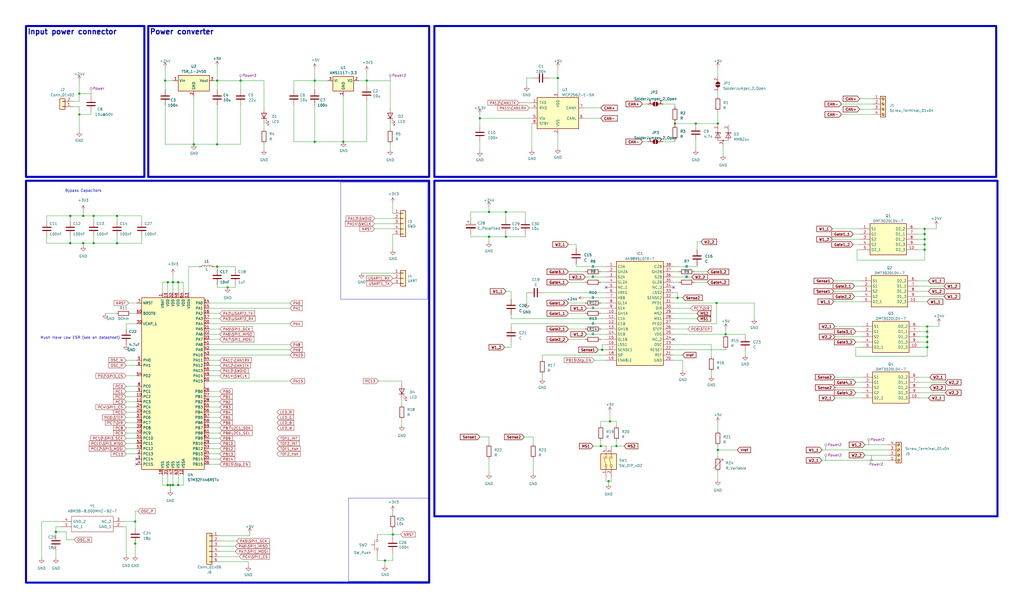
<source format=kicad_sch>
(kicad_sch (version 20230121) (generator eeschema)
  (paper "User" 499.999 297.002)
  (lib_symbols
    (symbol "+3.3V_1" (power) (pin_names (offset 0))
      (property "Value" "+3.3V_1" (at 0 3.556 0))
      (symbol "+3.3V_1_1_1"
        (pin power_in line (at 0 0 90) (length 0) hide (name "+3.3V") (number "1"))
      )
    )
    (symbol "ABM3B-8.000MHZ-B2-T:ABM3B-8.000MHZ-B2-T" (pin_names (offset 0.762))
      (property "Reference" "Y" (at 26.67 7.62 0))
      (property "Value" "ABM3B-8.000MHZ-B2-T" (at 26.67 5.08 0))
      (symbol "ABM3B-8.000MHZ-B2-T_0_0"
        (pin passive line (at 0 -2.54 0) (length 5.08) (name "NC_1") (number "1"))
        (pin passive line (at 30.48 -2.54 180) (length 5.08) (name "GND_1") (number "2"))
        (pin passive line (at 30.48 0 180) (length 5.08) (name "NC_2") (number "3"))
        (pin passive line (at 0 0 0) (length 5.08) (name "GND_2") (number "4"))
      )
    )
    (symbol "Connector:Screw_Terminal_01x04" (pin_names (offset 1.016) hide)
      (property "Reference" "J" (at 0 5.08 0))
      (property "Value" "Screw_Terminal_01x04" (at 0 -7.62 0))
      (symbol "Screw_Terminal_01x04_1_1"
        (pin passive line (at -5.08 2.54 0) (length 3.81) (name "Pin_1") (number "1"))
        (pin passive line (at -5.08 0 0) (length 3.81) (name "Pin_2") (number "2"))
        (pin passive line (at -5.08 -2.54 0) (length 3.81) (name "Pin_3") (number "3"))
        (pin passive line (at -5.08 -5.08 0) (length 3.81) (name "Pin_4") (number "4"))
      )
    )
    (symbol "Connector_Generic:Conn_01x02" (pin_names (offset 1.016) hide)
      (property "Reference" "J" (at 0 2.54 0))
      (property "Value" "Conn_01x02" (at 0 -5.08 0))
      (symbol "Conn_01x02_1_1"
        (pin passive line (at -5.08 0 0) (length 3.81) (name "Pin_1") (number "1"))
        (pin passive line (at -5.08 -2.54 0) (length 3.81) (name "Pin_2") (number "2"))
      )
    )
    (symbol "Connector_Generic:Conn_01x03" (pin_names (offset 1.016) hide)
      (property "Reference" "J" (at 0 5.08 0))
      (property "Value" "Conn_01x03" (at 0 -5.08 0))
      (symbol "Conn_01x03_1_1"
        (pin passive line (at -5.08 2.54 0) (length 3.81) (name "Pin_1") (number "1"))
        (pin passive line (at -5.08 0 0) (length 3.81) (name "Pin_2") (number "2"))
        (pin passive line (at -5.08 -2.54 0) (length 3.81) (name "Pin_3") (number "3"))
      )
    )
    (symbol "Connector_Generic:Conn_01x05" (pin_names (offset 1.016) hide)
      (property "Reference" "J" (at 0 7.62 0))
      (property "Value" "Conn_01x05" (at 0 -7.62 0))
      (symbol "Conn_01x05_1_1"
        (pin passive line (at -5.08 5.08 0) (length 3.81) (name "Pin_1") (number "1"))
        (pin passive line (at -5.08 2.54 0) (length 3.81) (name "Pin_2") (number "2"))
        (pin passive line (at -5.08 0 0) (length 3.81) (name "Pin_3") (number "3"))
        (pin passive line (at -5.08 -2.54 0) (length 3.81) (name "Pin_4") (number "4"))
        (pin passive line (at -5.08 -5.08 0) (length 3.81) (name "Pin_5") (number "5"))
      )
    )
    (symbol "Connector_Generic:Conn_01x06" (pin_names (offset 1.016) hide)
      (property "Reference" "J" (at 0 7.62 0))
      (property "Value" "Conn_01x06" (at 0 -10.16 0))
      (symbol "Conn_01x06_1_1"
        (pin passive line (at -5.08 5.08 0) (length 3.81) (name "Pin_1") (number "1"))
        (pin passive line (at -5.08 2.54 0) (length 3.81) (name "Pin_2") (number "2"))
        (pin passive line (at -5.08 0 0) (length 3.81) (name "Pin_3") (number "3"))
        (pin passive line (at -5.08 -2.54 0) (length 3.81) (name "Pin_4") (number "4"))
        (pin passive line (at -5.08 -5.08 0) (length 3.81) (name "Pin_5") (number "5"))
        (pin passive line (at -5.08 -7.62 0) (length 3.81) (name "Pin_6") (number "6"))
      )
    )
    (symbol "CustomLibrary:A4989SLDTR-T"
      (property "Reference" "IC" (at 29.21 7.62 0))
      (property "Value" "A4989SLDTR-T" (at 29.21 5.08 0))
      (symbol "A4989SLDTR-T_1_1"
        (pin passive line (at 0 0 0) (length 5.08) (name "C2A") (number "1"))
        (pin passive line (at 0 -22.86 0) (length 5.08) (name "GH1A") (number "10"))
        (pin passive line (at 0 -25.4 0) (length 5.08) (name "C1A") (number "11"))
        (pin passive line (at 0 -27.94 0) (length 5.08) (name "C1B") (number "12"))
        (pin passive line (at 0 -30.48 0) (length 5.08) (name "GH1B") (number "13"))
        (pin passive line (at 0 -33.02 0) (length 5.08) (name "S1B") (number "14"))
        (pin passive line (at 0 -35.56 0) (length 5.08) (name "GL1B") (number "15"))
        (pin passive line (at 0 -38.1 0) (length 5.08) (name "LSS1") (number "16"))
        (pin passive line (at 0 -40.64 0) (length 5.08) (name "SENSE1") (number "17"))
        (pin passive line (at 0 -43.18 0) (length 5.08) (name "SR") (number "18"))
        (pin passive line (at 0 -45.72 0) (length 5.08) (name "ENABLE") (number "19"))
        (pin passive line (at 0 -2.54 0) (length 5.08) (name "GH2A") (number "2"))
        (pin passive line (at 33.02 -45.72 180) (length 5.08) (name "GND") (number "20"))
        (pin passive line (at 33.02 -43.18 180) (length 5.08) (name "REF") (number "21"))
        (pin passive line (at 33.02 -40.64 180) (length 5.08) (name "RESET") (number "22"))
        (pin passive line (at 33.02 -38.1 180) (length 5.08) (name "OSC") (number "23"))
        (pin passive line (at 33.02 -35.56 180) (length 5.08) (name "NC_2") (number "24"))
        (pin passive line (at 33.02 -33.02 180) (length 5.08) (name "VDD") (number "25"))
        (pin passive line (at 33.02 -30.48 180) (length 5.08) (name "STEP") (number "26"))
        (pin passive line (at 33.02 -27.94 180) (length 5.08) (name "PFD2") (number "27"))
        (pin passive line (at 33.02 -25.4 180) (length 5.08) (name "MS1") (number "28"))
        (pin passive line (at 33.02 -22.86 180) (length 5.08) (name "MS2") (number "29"))
        (pin passive line (at 0 -5.08 0) (length 5.08) (name "S2A") (number "3"))
        (pin passive line (at 33.02 -20.32 180) (length 5.08) (name "DIR") (number "30"))
        (pin passive line (at 33.02 -17.78 180) (length 5.08) (name "PFD1") (number "31"))
        (pin passive line (at 33.02 -15.24 180) (length 5.08) (name "SENSE2") (number "32"))
        (pin passive line (at 33.02 -12.7 180) (length 5.08) (name "LSS2") (number "33"))
        (pin passive line (at 33.02 -10.16 180) (length 5.08) (name "NC_3") (number "34"))
        (pin passive line (at 33.02 -7.62 180) (length 5.08) (name "GL2B") (number "35"))
        (pin passive line (at 33.02 -5.08 180) (length 5.08) (name "S2B") (number "36"))
        (pin passive line (at 33.02 -2.54 180) (length 5.08) (name "GH2B") (number "37"))
        (pin passive line (at 33.02 0 180) (length 5.08) (name "C2B") (number "38"))
        (pin passive line (at 0 -7.62 0) (length 5.08) (name "GL2A") (number "4"))
        (pin passive line (at 0 -10.16 0) (length 5.08) (name "NC_1") (number "5"))
        (pin passive line (at 0 -12.7 0) (length 5.08) (name "VREG") (number "6"))
        (pin passive line (at 0 -15.24 0) (length 5.08) (name "VBB") (number "7"))
        (pin passive line (at 0 -17.78 0) (length 5.08) (name "GL1A") (number "8"))
        (pin passive line (at 0 -20.32 0) (length 5.08) (name "S1A") (number "9"))
      )
    )
    (symbol "CustomLibrary:DMT3020LDV-7"
      (property "Reference" "Q" (at 24.13 7.62 0))
      (property "Value" "DMT3020LDV-7" (at 24.13 5.08 0))
      (symbol "DMT3020LDV-7_1_1"
        (pin passive line (at 0 0 0) (length 5.08) (name "S1") (number "1"))
        (pin passive line (at 27.94 -10.16 180) (length 5.08) (name "D2_3") (number "10"))
        (pin passive line (at 0 -2.54 0) (length 5.08) (name "G1") (number "2"))
        (pin passive line (at 0 -5.08 0) (length 5.08) (name "S2") (number "3"))
        (pin passive line (at 0 -7.62 0) (length 5.08) (name "G2") (number "4"))
        (pin passive line (at 0 -10.16 0) (length 5.08) (name "D2_1") (number "5"))
        (pin passive line (at 27.94 0 180) (length 5.08) (name "D2_2") (number "6"))
        (pin passive line (at 27.94 -2.54 180) (length 5.08) (name "D1_1") (number "7"))
        (pin passive line (at 27.94 -5.08 180) (length 5.08) (name "D1_2") (number "8"))
        (pin passive line (at 27.94 -7.62 180) (length 5.08) (name "D1_3") (number "9"))
      )
    )
    (symbol "Device:C" (pin_numbers hide) (pin_names (offset 0.254))
      (property "Reference" "C" (at 0.635 2.54 0))
      (property "Value" "C" (at 0.635 -2.54 0))
      (symbol "C_1_1"
        (pin passive line (at 0 3.81 270) (length 2.794) (name "~") (number "1"))
        (pin passive line (at 0 -3.81 90) (length 2.794) (name "~") (number "2"))
      )
    )
    (symbol "Device:C_Polarized" (pin_numbers hide) (pin_names (offset 0.254))
      (property "Reference" "C" (at 0.635 2.54 0))
      (property "Value" "C_Polarized" (at 0.635 -2.54 0))
      (symbol "C_Polarized_1_1"
        (pin passive line (at 0 3.81 270) (length 2.794) (name "~") (number "1"))
        (pin passive line (at 0 -3.81 90) (length 2.794) (name "~") (number "2"))
      )
    )
    (symbol "Device:L" (pin_numbers hide) (pin_names (offset 1.016) hide)
      (property "Reference" "L" (at -1.27 0 90))
      (property "Value" "L" (at 1.905 0 90))
      (symbol "L_1_1"
        (pin passive line (at 0 3.81 270) (length 1.27) (name "1") (number "1"))
        (pin passive line (at 0 -3.81 90) (length 1.27) (name "2") (number "2"))
      )
    )
    (symbol "Device:LED" (pin_numbers hide) (pin_names (offset 1.016) hide)
      (property "Reference" "D" (at 0 2.54 0))
      (property "Value" "LED" (at 0 -2.54 0))
      (symbol "LED_1_1"
        (pin passive line (at -3.81 0 0) (length 2.54) (name "K") (number "1"))
        (pin passive line (at 3.81 0 180) (length 2.54) (name "A") (number "2"))
      )
    )
    (symbol "Device:R" (pin_numbers hide) (pin_names (offset 0))
      (property "Reference" "R" (at 2.032 0 90))
      (property "Value" "R" (at 0 0 90))
      (symbol "R_1_1"
        (pin passive line (at 0 3.81 270) (length 1.27) (name "~") (number "1"))
        (pin passive line (at 0 -3.81 90) (length 1.27) (name "~") (number "2"))
      )
    )
    (symbol "Device:R_Variable" (pin_numbers hide) (pin_names (offset 0))
      (property "Reference" "R" (at 2.54 -2.54 90))
      (property "Value" "R_Variable" (at -2.54 -1.27 90))
      (symbol "R_Variable_1_1"
        (pin passive line (at 0 3.81 270) (length 1.27) (name "~") (number "1"))
        (pin passive line (at 0 -3.81 90) (length 1.27) (name "~") (number "2"))
      )
    )
    (symbol "Diode:MMBZxx" (pin_names (offset 1.016) hide)
      (property "Reference" "D" (at 3.81 2.54 0))
      (property "Value" "MMBZxx" (at 3.81 0 0))
      (symbol "MMBZxx_1_1"
        (pin passive line (at -2.54 5.08 270) (length 2.54) (name "K") (number "1"))
        (pin passive line (at 2.54 5.08 270) (length 2.54) (name "K") (number "2"))
        (pin passive line (at 0 -5.08 90) (length 2.54) (name "A") (number "3"))
      )
    )
    (symbol "Interface_CAN_LIN:MCP2562-E-SN" (pin_names (offset 1.016))
      (property "Reference" "U" (at -10.16 8.89 0))
      (property "Value" "MCP2562-E-SN" (at 2.54 8.89 0))
      (symbol "MCP2562-E-SN_1_1"
        (pin input line (at -12.7 5.08 0) (length 2.54) (name "TXD") (number "1"))
        (pin power_in line (at 0 -10.16 90) (length 2.54) (name "VSS") (number "2"))
        (pin power_in line (at 0 10.16 270) (length 2.54) (name "VDD") (number "3"))
        (pin output line (at -12.7 2.54 0) (length 2.54) (name "RXD") (number "4"))
        (pin power_in line (at -12.7 -2.54 0) (length 2.54) (name "Vio") (number "5"))
        (pin bidirectional line (at 12.7 -2.54 180) (length 2.54) (name "CANL") (number "6"))
        (pin bidirectional line (at 12.7 2.54 180) (length 2.54) (name "CANH") (number "7"))
        (pin input line (at -12.7 -5.08 0) (length 2.54) (name "STBY") (number "8"))
      )
    )
    (symbol "Jumper:SolderJumper_2_Open" (pin_names (offset 0) hide)
      (property "Reference" "JP" (at 0 2.032 0))
      (property "Value" "SolderJumper_2_Open" (at 0 -2.54 0))
      (symbol "SolderJumper_2_Open_1_1"
        (pin passive line (at -3.81 0 0) (length 2.54) (name "A") (number "1"))
        (pin passive line (at 3.81 0 180) (length 2.54) (name "B") (number "2"))
      )
    )
    (symbol "MCU_ST_STM32F4:STM32F446RETx"
      (property "Reference" "U" (at -15.24 41.91 0))
      (property "Value" "STM32F446RETx" (at 10.16 41.91 0))
      (symbol "STM32F446RETx_1_1"
        (pin power_in line (at -5.08 43.18 270) (length 2.54) (name "VBAT") (number "1"))
        (pin bidirectional line (at -17.78 -7.62 0) (length 2.54) (name "PC2") (number "10"))
        (pin bidirectional line (at -17.78 -10.16 0) (length 2.54) (name "PC3") (number "11"))
        (pin power_in line (at 5.08 -45.72 90) (length 2.54) (name "VSSA") (number "12"))
        (pin power_in line (at 7.62 43.18 270) (length 2.54) (name "VDDA") (number "13"))
        (pin bidirectional line (at 17.78 38.1 180) (length 2.54) (name "PA0") (number "14"))
        (pin bidirectional line (at 17.78 35.56 180) (length 2.54) (name "PA1") (number "15"))
        (pin bidirectional line (at 17.78 33.02 180) (length 2.54) (name "PA2") (number "16"))
        (pin bidirectional line (at 17.78 30.48 180) (length 2.54) (name "PA3") (number "17"))
        (pin power_in line (at -5.08 -45.72 90) (length 2.54) (name "VSS") (number "18"))
        (pin power_in line (at -2.54 43.18 270) (length 2.54) (name "VDD") (number "19"))
        (pin bidirectional line (at -17.78 -35.56 0) (length 2.54) (name "PC13") (number "2"))
        (pin bidirectional line (at 17.78 27.94 180) (length 2.54) (name "PA4") (number "20"))
        (pin bidirectional line (at 17.78 25.4 180) (length 2.54) (name "PA5") (number "21"))
        (pin bidirectional line (at 17.78 22.86 180) (length 2.54) (name "PA6") (number "22"))
        (pin bidirectional line (at 17.78 20.32 180) (length 2.54) (name "PA7") (number "23"))
        (pin bidirectional line (at -17.78 -12.7 0) (length 2.54) (name "PC4") (number "24"))
        (pin bidirectional line (at -17.78 -15.24 0) (length 2.54) (name "PC5") (number "25"))
        (pin bidirectional line (at 17.78 -5.08 180) (length 2.54) (name "PB0") (number "26"))
        (pin bidirectional line (at 17.78 -7.62 180) (length 2.54) (name "PB1") (number "27"))
        (pin bidirectional line (at 17.78 -10.16 180) (length 2.54) (name "PB2") (number "28"))
        (pin bidirectional line (at 17.78 -30.48 180) (length 2.54) (name "PB10") (number "29"))
        (pin bidirectional line (at -17.78 -38.1 0) (length 2.54) (name "PC14") (number "3"))
        (pin power_in line (at -17.78 27.94 0) (length 2.54) (name "VCAP_1") (number "30"))
        (pin power_in line (at -2.54 -45.72 90) (length 2.54) (name "VSS") (number "31"))
        (pin power_in line (at 0 43.18 270) (length 2.54) (name "VDD") (number "32"))
        (pin bidirectional line (at 17.78 -33.02 180) (length 2.54) (name "PB12") (number "33"))
        (pin bidirectional line (at 17.78 -35.56 180) (length 2.54) (name "PB13") (number "34"))
        (pin bidirectional line (at 17.78 -38.1 180) (length 2.54) (name "PB14") (number "35"))
        (pin bidirectional line (at 17.78 -40.64 180) (length 2.54) (name "PB15") (number "36"))
        (pin bidirectional line (at -17.78 -17.78 0) (length 2.54) (name "PC6") (number "37"))
        (pin bidirectional line (at -17.78 -20.32 0) (length 2.54) (name "PC7") (number "38"))
        (pin bidirectional line (at -17.78 -22.86 0) (length 2.54) (name "PC8") (number "39"))
        (pin bidirectional line (at -17.78 -40.64 0) (length 2.54) (name "PC15") (number "4"))
        (pin bidirectional line (at -17.78 -25.4 0) (length 2.54) (name "PC9") (number "40"))
        (pin bidirectional line (at 17.78 17.78 180) (length 2.54) (name "PA8") (number "41"))
        (pin bidirectional line (at 17.78 15.24 180) (length 2.54) (name "PA9") (number "42"))
        (pin bidirectional line (at 17.78 12.7 180) (length 2.54) (name "PA10") (number "43"))
        (pin bidirectional line (at 17.78 10.16 180) (length 2.54) (name "PA11") (number "44"))
        (pin bidirectional line (at 17.78 7.62 180) (length 2.54) (name "PA12") (number "45"))
        (pin bidirectional line (at 17.78 5.08 180) (length 2.54) (name "PA13") (number "46"))
        (pin power_in line (at 0 -45.72 90) (length 2.54) (name "VSS") (number "47"))
        (pin power_in line (at 2.54 43.18 270) (length 2.54) (name "VDD") (number "48"))
        (pin bidirectional line (at 17.78 2.54 180) (length 2.54) (name "PA14") (number "49"))
        (pin input line (at -17.78 10.16 0) (length 2.54) (name "PH0") (number "5"))
        (pin bidirectional line (at 17.78 0 180) (length 2.54) (name "PA15") (number "50"))
        (pin bidirectional line (at -17.78 -27.94 0) (length 2.54) (name "PC10") (number "51"))
        (pin bidirectional line (at -17.78 -30.48 0) (length 2.54) (name "PC11") (number "52"))
        (pin bidirectional line (at -17.78 -33.02 0) (length 2.54) (name "PC12") (number "53"))
        (pin bidirectional line (at -17.78 2.54 0) (length 2.54) (name "PD2") (number "54"))
        (pin bidirectional line (at 17.78 -12.7 180) (length 2.54) (name "PB3") (number "55"))
        (pin bidirectional line (at 17.78 -15.24 180) (length 2.54) (name "PB4") (number "56"))
        (pin bidirectional line (at 17.78 -17.78 180) (length 2.54) (name "PB5") (number "57"))
        (pin bidirectional line (at 17.78 -20.32 180) (length 2.54) (name "PB6") (number "58"))
        (pin bidirectional line (at 17.78 -22.86 180) (length 2.54) (name "PB7") (number "59"))
        (pin input line (at -17.78 7.62 0) (length 2.54) (name "PH1") (number "6"))
        (pin input line (at -17.78 33.02 0) (length 2.54) (name "BOOT0") (number "60"))
        (pin bidirectional line (at 17.78 -25.4 180) (length 2.54) (name "PB8") (number "61"))
        (pin bidirectional line (at 17.78 -27.94 180) (length 2.54) (name "PB9") (number "62"))
        (pin power_in line (at 2.54 -45.72 90) (length 2.54) (name "VSS") (number "63"))
        (pin power_in line (at 5.08 43.18 270) (length 2.54) (name "VDD") (number "64"))
        (pin input line (at -17.78 38.1 0) (length 2.54) (name "NRST") (number "7"))
        (pin bidirectional line (at -17.78 -2.54 0) (length 2.54) (name "PC0") (number "8"))
        (pin bidirectional line (at -17.78 -5.08 0) (length 2.54) (name "PC1") (number "9"))
      )
    )
    (symbol "Regulator_Linear:AMS1117-3.3"
      (property "Reference" "U" (at -3.81 3.175 0))
      (property "Value" "AMS1117-3.3" (at 0 3.175 0))
      (symbol "AMS1117-3.3_1_1"
        (pin power_in line (at 0 -7.62 90) (length 2.54) (name "GND") (number "1"))
        (pin power_out line (at 7.62 0 180) (length 2.54) (name "VO") (number "2"))
        (pin power_in line (at -7.62 0 0) (length 2.54) (name "VI") (number "3"))
      )
    )
    (symbol "Regulator_Switching:TSR_1-2450"
      (property "Reference" "U" (at -7.62 6.35 0))
      (property "Value" "TSR_1-2450" (at -1.27 6.35 0))
      (symbol "TSR_1-2450_1_1"
        (pin power_in line (at -10.16 2.54 0) (length 2.54) (name "Vin") (number "1"))
        (pin power_in line (at 0 -5.08 90) (length 2.54) (name "GND") (number "2"))
        (pin power_out line (at 10.16 2.54 180) (length 2.54) (name "Vout") (number "3"))
      )
    )
    (symbol "Switch:SW_DIP_x02" (pin_names (offset 0) hide)
      (property "Reference" "SW" (at 0 6.35 0))
      (property "Value" "SW_DIP_x02" (at 0 -3.81 0))
      (symbol "SW_DIP_x02_1_1"
        (pin passive line (at -7.62 2.54 0) (length 5.08) (name "~") (number "1"))
        (pin passive line (at -7.62 0 0) (length 5.08) (name "~") (number "2"))
        (pin passive line (at 7.62 0 180) (length 5.08) (name "~") (number "3"))
        (pin passive line (at 7.62 2.54 180) (length 5.08) (name "~") (number "4"))
      )
    )
    (symbol "Switch:SW_Push" (pin_numbers hide) (pin_names (offset 1.016) hide)
      (property "Reference" "SW" (at 1.27 2.54 0))
      (property "Value" "SW_Push" (at 0 -1.524 0))
      (symbol "SW_Push_0_1"
        (pin passive line (at -5.08 0 0) (length 2.54) (name "1") (number "1"))
        (pin passive line (at 5.08 0 180) (length 2.54) (name "2") (number "2"))
      )
    )
    (symbol "TEAM DIANA - WheelsTelemetryAssistent-rescue:+3.3V-power" (power) (pin_names (offset 0))
      (property "Value" "+3.3V-power" (at 0 3.556 0))
      (symbol "+3.3V-power_1_1"
        (pin power_in line (at 0 0 90) (length 0) hide (name "+3V3") (number "1"))
      )
    )
    (symbol "power:+24V" (power) (pin_names (offset 0))
      (property "Value" "+24V" (at 0 3.556 0))
      (symbol "+24V_1_1"
        (pin power_in line (at 0 0 90) (length 0) hide (name "+24V") (number "1"))
      )
    )
    (symbol "power:+3.3V" (power) (pin_names (offset 0))
      (property "Value" "+3.3V" (at 0 3.556 0))
      (symbol "+3.3V_1_1"
        (pin power_in line (at 0 0 90) (length 0) hide (name "+3V3") (number "1"))
      )
    )
    (symbol "power:+5V" (power) (pin_names (offset 0))
      (property "Value" "+5V" (at 0 3.556 0))
      (symbol "+5V_1_1"
        (pin power_in line (at 0 0 90) (length 0) hide (name "+5V") (number "1"))
      )
    )
    (symbol "power:GND" (power) (pin_names (offset 0))
      (property "Value" "GND" (at 0 -3.81 0))
      (symbol "GND_1_1"
        (pin power_in line (at 0 0 270) (length 0) hide (name "GND") (number "1"))
      )
    )
  )
  (junction (at 81.915 137.795))
  (junction (at 27.305 259.715))
  (junction (at 238.76 115.57))
  (junction (at 179.07 39.37))
  (junction (at 34.29 118.745))
  (junction (at 84.455 137.795))
  (junction (at 86.995 137.795))
  (junction (at 86.995 236.855))
  (junction (at 452.755 164.465))
  (junction (at 40.64 105.41))
  (junction (at 294.005 170.815))
  (junction (at 451.485 119.38))
  (junction (at 297.815 205.74))
  (junction (at 349.885 147.955))
  (junction (at 117.475 39.37))
  (junction (at 94.615 70.485))
  (junction (at 84.455 236.855))
  (junction (at 66.04 254.635))
  (junction (at 34.29 105.41))
  (junction (at 293.37 217.805))
  (junction (at 191.77 260.985))
  (junction (at 83.185 236.855))
  (junction (at 247.015 103.505))
  (junction (at 354.33 163.195))
  (junction (at 234.315 57.785))
  (junction (at 57.15 118.745))
  (junction (at 40.64 118.745))
  (junction (at 38.735 45.72))
  (junction (at 330.835 145.415))
  (junction (at 451.485 116.84))
  (junction (at 153.67 69.215))
  (junction (at 38.735 55.88))
  (junction (at 80.645 39.37))
  (junction (at 297.18 234.95))
  (junction (at 45.72 118.745))
  (junction (at 57.15 105.41))
  (junction (at 106.045 130.175))
  (junction (at 66.04 265.43))
  (junction (at 153.67 39.37))
  (junction (at 45.72 105.41))
  (junction (at 350.52 60.325))
  (junction (at 452.755 161.925))
  (junction (at 452.755 159.385))
  (junction (at 451.485 114.3))
  (junction (at 238.76 103.505))
  (junction (at 106.045 39.37))
  (junction (at 452.755 169.545))
  (junction (at 247.015 115.57))
  (junction (at 452.755 167.005))
  (junction (at 167.64 69.215))
  (junction (at 339.725 60.325))
  (junction (at 300.99 217.805))
  (junction (at 329.565 60.325))
  (junction (at 350.52 219.71))
  (junction (at 187.96 273.685))
  (junction (at 111.125 140.335))
  (junction (at 106.045 70.485))
  (junction (at 451.485 121.92))
  (junction (at 272.415 38.1))
  (junction (at 451.485 111.76))
  (junction (at 81.915 236.855))
  (no_connect (at 295.91 140.335))
  (no_connect (at 66.675 226.695))
  (no_connect (at 328.93 165.735))
  (no_connect (at 328.93 140.335))
  (no_connect (at 66.675 224.155))
  (wire (pts (xy 175.26 39.37) (xy 179.07 39.37)))
  (wire (pts (xy 22.86 107.95) (xy 22.86 105.41)))
  (wire (pts (xy 38.735 55.88) (xy 38.735 52.07)))
  (wire (pts (xy 238.76 224.155) (xy 238.76 231.14)))
  (wire (pts (xy 102.235 206.375) (xy 107.315 206.375)))
  (wire (pts (xy 106.045 32.385) (xy 106.045 39.37)))
  (wire (pts (xy 417.83 191.77) (xy 421.005 191.77)))
  (wire (pts (xy 117.475 39.37) (xy 117.475 43.815)))
  (wire (pts (xy 102.235 219.075) (xy 107.315 219.075)))
  (wire (pts (xy 94.615 46.99) (xy 94.615 70.485)))
  (wire (pts (xy 102.235 180.975) (xy 107.315 180.975)))
  (wire (pts (xy 184.15 260.985) (xy 191.77 260.985)))
  (wire (pts (xy 66.675 158.115) (xy 61.595 158.115)))
  (wire (pts (xy 294.005 168.275) (xy 294.005 170.815)))
  (wire (pts (xy 191.77 258.445) (xy 191.77 260.985)))
  (wire (pts (xy 61.595 175.895) (xy 66.675 175.895)))
  (wire (pts (xy 191.77 260.985) (xy 195.58 260.985)))
  (wire (pts (xy 256.54 114.3) (xy 256.54 115.57)))
  (wire (pts (xy 448.945 184.15) (xy 454.025 184.15)))
  (wire (pts (xy 92.075 130.175) (xy 97.155 130.175)))
  (wire (pts (xy 328.93 155.575) (xy 340.36 155.575)))
  (wire (pts (xy 285.75 160.655) (xy 277.495 160.655)))
  (wire (pts (xy 182.88 106.68) (xy 191.77 106.68)))
  (wire (pts (xy 298.45 233.045) (xy 298.45 234.95)))
  (wire (pts (xy 256.54 115.57) (xy 247.015 115.57)))
  (wire (pts (xy 281.305 119.38) (xy 277.495 119.38)))
  (wire (pts (xy 66.04 265.43) (xy 66.04 262.89)))
  (wire (pts (xy 79.375 137.795) (xy 79.375 142.875)))
  (wire (pts (xy 128.905 39.37) (xy 128.905 52.705)))
  (wire (pts (xy 84.455 137.795) (xy 84.455 142.875)))
  (wire (pts (xy 102.235 213.995) (xy 107.315 213.995)))
  (wire (pts (xy 29.845 257.175) (xy 27.305 257.175)))
  (wire (pts (xy 61.595 201.295) (xy 66.675 201.295)))
  (wire (pts (xy 83.185 236.855) (xy 84.455 236.855)))
  (wire (pts (xy 272.415 65.405) (xy 272.415 72.39)))
  (wire (pts (xy 44.45 46.99) (xy 44.45 45.72)))
  (wire (pts (xy 293.37 217.805) (xy 295.91 217.805)))
  (polyline (pts (xy 166.37 146.05) (xy 208.915 146.05)))
  (wire (pts (xy 20.32 254.635) (xy 29.845 254.635)))
  (wire (pts (xy 79.375 231.775) (xy 79.375 236.855)))
  (wire (pts (xy 106.045 51.435) (xy 106.045 70.485)))
  (wire (pts (xy 417.195 139.7) (xy 420.37 139.7)))
  (wire (pts (xy 448.31 147.32) (xy 452.755 147.32)))
  (wire (pts (xy 293.37 160.655) (xy 295.91 160.655)))
  (wire (pts (xy 419.735 48.26) (xy 426.085 48.26)))
  (wire (pts (xy 272.415 38.1) (xy 267.97 38.1)))
  (wire (pts (xy 20.32 272.415) (xy 20.32 254.635)))
  (wire (pts (xy 234.315 57.785) (xy 259.715 57.785)))
  (wire (pts (xy 234.315 69.215) (xy 234.315 73.66)))
  (wire (pts (xy 38.735 45.72) (xy 44.45 45.72)))
  (wire (pts (xy 294.005 170.815) (xy 295.91 170.815)))
  (wire (pts (xy 61.595 203.835) (xy 66.675 203.835)))
  (wire (pts (xy 61.595 193.675) (xy 66.675 193.675)))
  (wire (pts (xy 333.375 175.895) (xy 333.375 180.975)))
  (wire (pts (xy 260.35 38.1) (xy 257.175 38.1)))
  (wire (pts (xy 407.67 194.31) (xy 421.005 194.31)))
  (wire (pts (xy 293.37 147.955) (xy 295.91 147.955)))
  (wire (pts (xy 102.235 175.895) (xy 107.315 175.895)))
  (wire (pts (xy 67.31 249.555) (xy 66.04 249.555)))
  (wire (pts (xy 328.93 163.195) (xy 354.33 163.195)))
  (polyline (pts (xy 166.37 88.9) (xy 166.37 146.05)))
  (wire (pts (xy 64.135 153.035) (xy 66.675 153.035)))
  (wire (pts (xy 257.175 38.1) (xy 257.175 41.91)))
  (wire (pts (xy 328.93 173.355) (xy 333.375 173.355)))
  (wire (pts (xy 234.315 57.785) (xy 234.315 61.595)))
  (wire (pts (xy 350.52 217.805) (xy 350.52 219.71)))
  (wire (pts (xy 81.915 137.795) (xy 81.915 142.875)))
  (wire (pts (xy 452.755 167.005) (xy 452.755 164.465)))
  (wire (pts (xy 422.275 217.17) (xy 433.705 217.17)))
  (wire (pts (xy 117.475 51.435) (xy 117.475 70.485)))
  (wire (pts (xy 102.235 153.035) (xy 107.315 153.035)))
  (wire (pts (xy 117.475 70.485) (xy 106.045 70.485)))
  (wire (pts (xy 264.795 182.88) (xy 264.795 184.785)))
  (wire (pts (xy 102.235 168.275) (xy 141.605 168.275)))
  (wire (pts (xy 229.87 103.505) (xy 238.76 103.505)))
  (wire (pts (xy 92.075 142.875) (xy 92.075 130.175)))
  (wire (pts (xy 167.64 46.99) (xy 167.64 69.215)))
  (wire (pts (xy 401.32 224.79) (xy 433.705 224.79)))
  (wire (pts (xy 191.77 250.825) (xy 191.77 249.555)))
  (wire (pts (xy 62.865 147.955) (xy 66.675 147.955)))
  (polyline (pts (xy 170.18 243.205) (xy 209.55 243.205)))
  (polyline (pts (xy 208.915 146.05) (xy 208.915 88.9)))
  (wire (pts (xy 328.93 145.415) (xy 330.835 145.415)))
  (wire (pts (xy 328.93 168.275) (xy 347.345 168.275)))
  (wire (pts (xy 102.235 155.575) (xy 107.315 155.575)))
  (wire (pts (xy 417.83 173.99) (xy 452.755 173.99)))
  (wire (pts (xy 401.32 219.71) (xy 433.705 219.71)))
  (wire (pts (xy 61.595 221.615) (xy 66.675 221.615)))
  (wire (pts (xy 418.465 121.92) (xy 418.465 127)))
  (wire (pts (xy 61.595 198.755) (xy 66.675 198.755)))
  (wire (pts (xy 38.735 55.88) (xy 44.45 55.88)))
  (wire (pts (xy 102.235 173.355) (xy 141.605 173.355)))
  (wire (pts (xy 61.595 219.075) (xy 66.675 219.075)))
  (wire (pts (xy 421.005 169.545) (xy 417.83 169.545)))
  (wire (pts (xy 196.215 186.055) (xy 196.215 187.325)))
  (wire (pts (xy 22.86 118.745) (xy 34.29 118.745)))
  (wire (pts (xy 86.995 137.795) (xy 86.995 142.875)))
  (wire (pts (xy 457.2 111.76) (xy 451.485 111.76)))
  (wire (pts (xy 66.04 257.81) (xy 66.04 254.635)))
  (wire (pts (xy 407.67 189.23) (xy 421.005 189.23)))
  (wire (pts (xy 69.215 105.41) (xy 57.15 105.41)))
  (wire (pts (xy 452.755 169.545) (xy 452.755 173.99)))
  (wire (pts (xy 61.595 206.375) (xy 66.675 206.375)))
  (wire (pts (xy 111.125 140.335) (xy 106.045 140.335)))
  (wire (pts (xy 35.56 49.53) (xy 38.735 49.53)))
  (wire (pts (xy 451.485 119.38) (xy 451.485 116.84)))
  (wire (pts (xy 179.07 34.925) (xy 179.07 39.37)))
  (wire (pts (xy 249.555 142.24) (xy 249.555 146.05)))
  (wire (pts (xy 260.35 224.155) (xy 260.35 231.14)))
  (wire (pts (xy 293.37 137.795) (xy 295.91 137.795)))
  (wire (pts (xy 102.235 186.055) (xy 141.605 186.055)))
  (wire (pts (xy 176.53 133.35) (xy 191.77 133.35)))
  (wire (pts (xy 80.645 39.37) (xy 84.455 39.37)))
  (wire (pts (xy 238.76 103.505) (xy 238.76 100.965)))
  (wire (pts (xy 229.87 115.57) (xy 238.76 115.57)))
  (wire (pts (xy 61.595 196.215) (xy 66.675 196.215)))
  (wire (pts (xy 448.945 186.69) (xy 461.645 186.69)))
  (wire (pts (xy 354.33 160.655) (xy 354.33 163.195)))
  (wire (pts (xy 121.285 274.32) (xy 121.285 276.225)))
  (wire (pts (xy 329.565 60.325) (xy 329.565 60.96)))
  (wire (pts (xy 407.67 184.15) (xy 421.005 184.15)))
  (wire (pts (xy 102.235 196.215) (xy 107.315 196.215)))
  (wire (pts (xy 249.555 169.545) (xy 246.38 169.545)))
  (wire (pts (xy 45.72 118.745) (xy 57.15 118.745)))
  (polyline (pts (xy 209.55 243.205) (xy 209.55 283.845)))
  (wire (pts (xy 350.52 45.085) (xy 350.52 46.99)))
  (wire (pts (xy 32.385 259.715) (xy 27.305 259.715)))
  (wire (pts (xy 229.87 114.3) (xy 229.87 115.57)))
  (wire (pts (xy 340.36 130.175) (xy 340.36 129.54)))
  (wire (pts (xy 80.645 70.485) (xy 94.615 70.485)))
  (wire (pts (xy 107.315 261.62) (xy 121.92 261.62)))
  (wire (pts (xy 102.235 203.835) (xy 107.315 203.835)))
  (wire (pts (xy 286.385 163.195) (xy 295.91 163.195)))
  (wire (pts (xy 81.915 231.775) (xy 81.915 236.855)))
  (wire (pts (xy 447.675 116.84) (xy 451.485 116.84)))
  (wire (pts (xy 32.385 263.525) (xy 36.195 263.525)))
  (wire (pts (xy 406.4 111.76) (xy 419.735 111.76)))
  (wire (pts (xy 61.595 188.595) (xy 66.675 188.595)))
  (wire (pts (xy 40.64 118.745) (xy 45.72 118.745)))
  (wire (pts (xy 249.555 167.005) (xy 249.555 169.545)))
  (wire (pts (xy 297.815 201.295) (xy 297.815 205.74)))
  (wire (pts (xy 106.045 139.065) (xy 106.045 140.335)))
  (wire (pts (xy 66.04 249.555) (xy 66.04 254.635)))
  (wire (pts (xy 350.52 219.71) (xy 350.52 222.885)))
  (wire (pts (xy 349.885 147.955) (xy 368.3 147.955)))
  (wire (pts (xy 69.215 107.95) (xy 69.215 105.41)))
  (wire (pts (xy 329.565 60.325) (xy 339.725 60.325)))
  (wire (pts (xy 363.855 163.195) (xy 363.855 163.83)))
  (wire (pts (xy 86.995 137.795) (xy 84.455 137.795)))
  (wire (pts (xy 247.015 142.24) (xy 249.555 142.24)))
  (wire (pts (xy 447.675 121.92) (xy 451.485 121.92)))
  (wire (pts (xy 300.99 217.805) (xy 298.45 217.805)))
  (wire (pts (xy 117.475 39.37) (xy 128.905 39.37)))
  (wire (pts (xy 102.235 147.955) (xy 141.605 147.955)))
  (wire (pts (xy 184.785 186.055) (xy 196.215 186.055)))
  (wire (pts (xy 417.83 169.545) (xy 417.83 173.99)))
  (wire (pts (xy 238.76 103.505) (xy 247.015 103.505)))
  (wire (pts (xy 253.365 50.165) (xy 259.715 50.165)))
  (wire (pts (xy 107.315 274.32) (xy 121.285 274.32)))
  (wire (pts (xy 298.45 234.95) (xy 297.18 234.95)))
  (wire (pts (xy 102.235 211.455) (xy 107.315 211.455)))
  (wire (pts (xy 328.93 160.655) (xy 335.915 160.655)))
  (wire (pts (xy 84.455 231.775) (xy 84.455 236.855)))
  (wire (pts (xy 289.56 217.805) (xy 293.37 217.805)))
  (wire (pts (xy 293.37 153.035) (xy 295.91 153.035)))
  (wire (pts (xy 330.835 142.875) (xy 330.835 145.415)))
  (wire (pts (xy 323.85 69.215) (xy 329.565 69.215)))
  (wire (pts (xy 38.735 49.53) (xy 38.735 45.72)))
  (wire (pts (xy 83.185 236.855) (xy 83.185 239.395)))
  (wire (pts (xy 330.835 145.415) (xy 333.375 145.415)))
  (wire (pts (xy 328.93 175.895) (xy 333.375 175.895)))
  (wire (pts (xy 89.535 137.795) (xy 86.995 137.795)))
  (wire (pts (xy 102.235 198.755) (xy 107.315 198.755)))
  (wire (pts (xy 61.595 257.175) (xy 60.325 257.175)))
  (wire (pts (xy 102.235 208.915) (xy 107.315 208.915)))
  (wire (pts (xy 448.945 191.77) (xy 461.645 191.77)))
  (wire (pts (xy 104.775 39.37) (xy 106.045 39.37)))
  (wire (pts (xy 27.305 268.605) (xy 27.305 272.415)))
  (wire (pts (xy 293.37 205.74) (xy 297.815 205.74)))
  (wire (pts (xy 300.99 217.805) (xy 304.8 217.805)))
  (wire (pts (xy 339.725 60.325) (xy 339.725 60.96)))
  (wire (pts (xy 57.15 107.95) (xy 57.15 105.41)))
  (wire (pts (xy 328.93 132.715) (xy 331.47 132.715)))
  (wire (pts (xy 264.795 173.355) (xy 295.91 173.355)))
  (wire (pts (xy 247.015 103.505) (xy 256.54 103.505)))
  (wire (pts (xy 128.905 70.485) (xy 128.905 73.025)))
  (wire (pts (xy 102.235 216.535) (xy 107.315 216.535)))
  (wire (pts (xy 257.81 142.875) (xy 257.175 142.875)))
  (wire (pts (xy 44.45 54.61) (xy 44.45 55.88)))
  (wire (pts (xy 102.235 201.295) (xy 107.315 201.295)))
  (wire (pts (xy 448.945 194.31) (xy 453.39 194.31)))
  (wire (pts (xy 114.935 140.335) (xy 111.125 140.335)))
  (wire (pts (xy 128.905 60.325) (xy 128.905 62.865)))
  (wire (pts (xy 350.52 230.505) (xy 350.52 234.315)))
  (wire (pts (xy 285.115 57.785) (xy 293.37 57.785)))
  (wire (pts (xy 328.93 147.955) (xy 349.885 147.955)))
  (wire (pts (xy 418.465 127) (xy 451.485 127)))
  (wire (pts (xy 84.455 137.795) (xy 81.915 137.795)))
  (wire (pts (xy 34.29 105.41) (xy 34.29 107.95)))
  (wire (pts (xy 34.29 105.41) (xy 40.64 105.41)))
  (polyline (pts (xy 170.18 283.845) (xy 170.18 243.205)))
  (wire (pts (xy 86.995 231.775) (xy 86.995 236.855)))
  (wire (pts (xy 196.215 194.945) (xy 196.215 197.485)))
  (wire (pts (xy 191.77 262.255) (xy 191.77 260.985)))
  (wire (pts (xy 451.485 114.3) (xy 451.485 111.76)))
  (wire (pts (xy 426.085 55.88) (xy 410.845 55.88)))
  (wire (pts (xy 27.305 257.175) (xy 27.305 259.715)))
  (wire (pts (xy 353.06 71.12) (xy 353.06 75.565)))
  (wire (pts (xy 61.595 213.995) (xy 66.675 213.995)))
  (wire (pts (xy 448.31 144.78) (xy 461.01 144.78)))
  (wire (pts (xy 143.51 43.815) (xy 143.51 39.37)))
  (wire (pts (xy 182.88 111.76) (xy 191.77 111.76)))
  (wire (pts (xy 61.595 178.435) (xy 66.675 178.435)))
  (wire (pts (xy 32.385 263.525) (xy 32.385 259.715)))
  (wire (pts (xy 81.915 137.795) (xy 79.375 137.795)))
  (wire (pts (xy 406.4 116.84) (xy 419.735 116.84)))
  (wire (pts (xy 57.15 105.41) (xy 45.72 105.41)))
  (wire (pts (xy 40.64 102.87) (xy 40.64 105.41)))
  (wire (pts (xy 350.52 60.325) (xy 350.52 60.96)))
  (wire (pts (xy 80.645 51.435) (xy 80.645 70.485)))
  (wire (pts (xy 102.235 224.155) (xy 107.315 224.155)))
  (wire (pts (xy 102.235 178.435) (xy 107.315 178.435)))
  (wire (pts (xy 38.735 45.72) (xy 38.735 39.37)))
  (wire (pts (xy 89.535 142.875) (xy 89.535 137.795)))
  (wire (pts (xy 452.755 169.545) (xy 452.755 167.005)))
  (wire (pts (xy 452.755 159.385) (xy 448.945 159.385)))
  (wire (pts (xy 107.315 266.7) (xy 114.935 266.7)))
  (wire (pts (xy 34.29 118.745) (xy 40.64 118.745)))
  (wire (pts (xy 258.445 52.705) (xy 259.715 52.705)))
  (wire (pts (xy 153.67 69.215) (xy 167.64 69.215)))
  (wire (pts (xy 249.555 158.115) (xy 249.555 159.385)))
  (wire (pts (xy 80.645 33.02) (xy 80.645 39.37)))
  (wire (pts (xy 191.77 114.3) (xy 191.77 121.92)))
  (wire (pts (xy 277.495 132.715) (xy 285.75 132.715)))
  (wire (pts (xy 102.235 165.735) (xy 107.315 165.735)))
  (wire (pts (xy 448.945 189.23) (xy 454.025 189.23)))
  (wire (pts (xy 179.07 39.37) (xy 190.5 39.37)))
  (wire (pts (xy 45.72 105.41) (xy 45.72 107.95)))
  (wire (pts (xy 340.36 118.11) (xy 340.36 121.92)))
  (wire (pts (xy 60.325 254.635) (xy 66.04 254.635)))
  (wire (pts (xy 179.07 41.91) (xy 179.07 39.37)))
  (wire (pts (xy 89.535 231.775) (xy 89.535 236.855)))
  (wire (pts (xy 290.195 175.895) (xy 295.91 175.895)))
  (wire (pts (xy 277.495 137.795) (xy 285.75 137.795)))
  (wire (pts (xy 196.215 205.105) (xy 196.215 207.645)))
  (wire (pts (xy 102.235 226.695) (xy 107.315 226.695)))
  (wire (pts (xy 80.645 39.37) (xy 80.645 43.815)))
  (wire (pts (xy 457.2 110.49) (xy 457.2 111.76)))
  (wire (pts (xy 102.235 193.675) (xy 107.315 193.675)))
  (wire (pts (xy 94.615 70.485) (xy 106.045 70.485)))
  (wire (pts (xy 34.29 118.745) (xy 34.29 115.57)))
  (wire (pts (xy 51.435 153.035) (xy 56.515 153.035)))
  (wire (pts (xy 329.565 69.215) (xy 329.565 68.58)))
  (wire (pts (xy 458.47 159.385) (xy 452.755 159.385)))
  (wire (pts (xy 447.675 114.3) (xy 451.485 114.3)))
  (wire (pts (xy 191.77 104.14) (xy 191.77 99.06)))
  (wire (pts (xy 153.67 39.37) (xy 153.67 43.815)))
  (wire (pts (xy 354.33 163.195) (xy 363.855 163.195)))
  (wire (pts (xy 57.15 118.745) (xy 57.15 115.57)))
  (wire (pts (xy 257.175 142.875) (xy 257.175 147.955)))
  (wire (pts (xy 350.52 206.375) (xy 350.52 210.185)))
  (wire (pts (xy 339.09 137.795) (xy 345.44 137.795)))
  (wire (pts (xy 328.93 153.035) (xy 340.36 153.035)))
  (wire (pts (xy 66.04 265.43) (xy 66.04 271.145)))
  (wire (pts (xy 153.67 39.37) (xy 160.02 39.37)))
  (wire (pts (xy 190.5 60.325) (xy 190.5 62.865)))
  (wire (pts (xy 285.115 52.705) (xy 293.37 52.705)))
  (wire (pts (xy 300.99 207.645) (xy 300.99 205.74)))
  (wire (pts (xy 285.75 135.255) (xy 295.91 135.255)))
  (wire (pts (xy 86.995 236.855) (xy 89.535 236.855)))
  (wire (pts (xy 350.52 33.02) (xy 350.52 37.465)))
  (wire (pts (xy 339.725 68.58) (xy 339.725 73.025)))
  (wire (pts (xy 293.37 207.645) (xy 293.37 205.74)))
  (wire (pts (xy 297.18 234.95) (xy 297.18 236.22)))
  (wire (pts (xy 407.67 164.465) (xy 421.005 164.465)))
  (wire (pts (xy 45.72 118.745) (xy 45.72 115.57)))
  (wire (pts (xy 448.945 169.545) (xy 452.755 169.545)))
  (wire (pts (xy 40.64 118.745) (xy 40.64 120.015)))
  (wire (pts (xy 249.555 155.575) (xy 249.555 153.67)))
  (wire (pts (xy 255.905 213.36) (xy 260.35 213.36)))
  (wire (pts (xy 292.1 170.815) (xy 294.005 170.815)))
  (wire (pts (xy 451.485 111.76) (xy 447.675 111.76)))
  (wire (pts (xy 259.715 60.325) (xy 259.715 73.025)))
  (wire (pts (xy 281.305 130.175) (xy 281.305 128.905)))
  (wire (pts (xy 38.735 64.135) (xy 38.735 55.88)))
  (wire (pts (xy 61.595 271.145) (xy 61.595 257.175)))
  (wire (pts (xy 79.375 236.855) (xy 81.915 236.855)))
  (wire (pts (xy 295.91 234.95) (xy 297.18 234.95)))
  (wire (pts (xy 69.215 118.745) (xy 69.215 115.57)))
  (wire (pts (xy 102.235 221.615) (xy 107.315 221.615)))
  (wire (pts (xy 167.64 69.215) (xy 179.07 69.215)))
  (wire (pts (xy 363.855 171.45) (xy 363.855 173.355)))
  (wire (pts (xy 22.86 118.745) (xy 22.86 115.57)))
  (polyline (pts (xy 208.915 88.9) (xy 166.37 88.9)))
  (wire (pts (xy 260.35 213.36) (xy 260.35 216.535)))
  (wire (pts (xy 238.76 213.36) (xy 238.76 216.535)))
  (wire (pts (xy 417.83 186.69) (xy 421.005 186.69)))
  (wire (pts (xy 102.235 191.135) (xy 107.315 191.135)))
  (wire (pts (xy 234.315 55.88) (xy 234.315 57.785)))
  (wire (pts (xy 295.91 233.045) (xy 295.91 234.95)))
  (wire (pts (xy 328.93 170.815) (xy 354.33 170.815)))
  (wire (pts (xy 448.945 167.005) (xy 452.755 167.005)))
  (wire (pts (xy 40.64 105.41) (xy 45.72 105.41)))
  (wire (pts (xy 407.035 137.16) (xy 420.37 137.16)))
  (wire (pts (xy 187.96 273.685) (xy 191.77 273.685)))
  (wire (pts (xy 102.235 150.495) (xy 141.605 150.495)))
  (wire (pts (xy 106.045 43.815) (xy 106.045 39.37)))
  (wire (pts (xy 295.91 155.575) (xy 249.555 155.575)))
  (wire (pts (xy 247.015 115.57) (xy 238.76 115.57)))
  (wire (pts (xy 295.91 158.115) (xy 249.555 158.115)))
  (wire (pts (xy 277.495 165.735) (xy 285.75 165.735)))
  (wire (pts (xy 107.315 264.16) (xy 115.57 264.16)))
  (wire (pts (xy 328.93 135.255) (xy 337.82 135.255)))
  (wire (pts (xy 407.035 142.24) (xy 420.37 142.24)))
  (wire (pts (xy 410.845 50.8) (xy 426.085 50.8)))
  (wire (pts (xy 313.69 69.215) (xy 316.23 69.215)))
  (wire (pts (xy 190.5 39.37) (xy 190.5 52.705)))
  (wire (pts (xy 61.595 191.135) (xy 66.675 191.135)))
  (wire (pts (xy 407.035 147.32) (xy 420.37 147.32)))
  (wire (pts (xy 229.87 106.68) (xy 229.87 103.505)))
  (wire (pts (xy 247.015 114.3) (xy 247.015 115.57)))
  (wire (pts (xy 295.91 168.275) (xy 294.005 168.275)))
  (wire (pts (xy 191.77 273.685) (xy 191.77 269.875)))
  (wire (pts (xy 106.045 130.175) (xy 114.935 130.175)))
  (wire (pts (xy 419.735 53.34) (xy 426.085 53.34)))
  (wire (pts (xy 417.83 161.925) (xy 421.005 161.925)))
  (wire (pts (xy 61.595 208.915) (xy 66.675 208.915)))
  (wire (pts (xy 102.235 170.815) (xy 141.605 170.815)))
  (wire (pts (xy 417.83 167.005) (xy 421.005 167.005)))
  (wire (pts (xy 328.93 142.875) (xy 330.835 142.875)))
  (wire (pts (xy 448.31 142.24) (xy 453.39 142.24)))
  (wire (pts (xy 349.885 158.115) (xy 349.885 147.955)))
  (wire (pts (xy 114.935 139.065) (xy 114.935 140.335)))
  (wire (pts (xy 323.85 50.8) (xy 329.565 50.8)))
  (wire (pts (xy 451.485 121.92) (xy 451.485 119.38)))
  (wire (pts (xy 265.43 142.875) (xy 295.91 142.875)))
  (wire (pts (xy 451.485 116.84) (xy 451.485 114.3)))
  (wire (pts (xy 350.52 54.61) (xy 350.52 60.325)))
  (wire (pts (xy 106.045 130.175) (xy 106.045 131.445)))
  (wire (pts (xy 143.51 69.215) (xy 153.67 69.215)))
  (wire (pts (xy 190.5 70.485) (xy 190.5 73.025)))
  (wire (pts (xy 277.495 147.955) (xy 285.75 147.955)))
  (wire (pts (xy 448.31 137.16) (xy 453.39 137.16)))
  (wire (pts (xy 107.315 271.78) (xy 116.84 271.78)))
  (wire (pts (xy 247.015 103.505) (xy 247.015 106.68)))
  (wire (pts (xy 368.3 147.955) (xy 368.3 155.575)))
  (wire (pts (xy 313.69 50.8) (xy 316.23 50.8)))
  (wire (pts (xy 184.15 271.145) (xy 184.15 273.685)))
  (wire (pts (xy 143.51 51.435) (xy 143.51 69.215)))
  (wire (pts (xy 272.415 33.02) (xy 272.415 38.1)))
  (wire (pts (xy 329.565 59.69) (xy 329.565 60.325)))
  (wire (pts (xy 281.305 121.285) (xy 281.305 119.38)))
  (wire (pts (xy 57.15 118.745) (xy 69.215 118.745)))
  (wire (pts (xy 81.915 236.855) (xy 83.185 236.855)))
  (wire (pts (xy 328.93 150.495) (xy 337.185 150.495)))
  (polyline (pts (xy 209.55 283.845) (xy 170.18 283.845)))
  (wire (pts (xy 339.09 132.715) (xy 345.44 132.715)))
  (wire (pts (xy 102.235 183.515) (xy 107.315 183.515)))
  (wire (pts (xy 27.305 259.715) (xy 27.305 260.985)))
  (wire (pts (xy 293.37 132.715) (xy 295.91 132.715)))
  (wire (pts (xy 106.045 39.37) (xy 117.475 39.37)))
  (wire (pts (xy 102.235 158.115) (xy 141.605 158.115)))
  (wire (pts (xy 297.815 205.74) (xy 300.99 205.74)))
  (wire (pts (xy 264.795 173.355) (xy 264.795 175.26)))
  (wire (pts (xy 184.15 273.685) (xy 187.96 273.685)))
  (wire (pts (xy 61.595 183.515) (xy 66.675 183.515)))
  (wire (pts (xy 420.37 144.78) (xy 417.195 144.78)))
  (wire (pts (xy 342.265 118.11) (xy 340.36 118.11)))
  (wire (pts (xy 102.235 160.655) (xy 107.315 160.655)))
  (wire (pts (xy 84.455 236.855) (xy 86.995 236.855)))
  (wire (pts (xy 187.96 276.225) (xy 187.96 273.685)))
  (wire (pts (xy 61.595 158.115) (xy 61.595 160.655)))
  (wire (pts (xy 182.88 109.22) (xy 191.77 109.22)))
  (wire (pts (xy 347.345 181.61) (xy 347.345 183.515)))
  (wire (pts (xy 61.595 211.455) (xy 66.675 211.455)))
  (wire (pts (xy 448.945 164.465) (xy 452.755 164.465)))
  (wire (pts (xy 293.37 165.735) (xy 295.91 165.735)))
  (wire (pts (xy 272.415 45.085) (xy 272.415 38.1)))
  (wire (pts (xy 448.31 139.7) (xy 461.01 139.7)))
  (wire (pts (xy 328.93 137.795) (xy 331.47 137.795)))
  (wire (pts (xy 104.775 130.175) (xy 106.045 130.175)))
  (wire (pts (xy 350.52 219.71) (xy 360.045 219.71)))
  (wire (pts (xy 339.725 60.325) (xy 350.52 60.325)))
  (wire (pts (xy 84.455 133.985) (xy 84.455 137.795)))
  (wire (pts (xy 416.56 119.38) (xy 419.735 119.38)))
  (wire (pts (xy 61.595 216.535) (xy 66.675 216.535)))
  (wire (pts (xy 121.92 261.62) (xy 121.92 260.35)))
  (wire (pts (xy 452.755 161.925) (xy 452.755 159.385)))
  (wire (pts (xy 153.67 33.655) (xy 153.67 39.37)))
  (wire (pts (xy 22.86 105.41) (xy 34.29 105.41)))
  (wire (pts (xy 300.99 215.265) (xy 300.99 217.805)))
  (wire (pts (xy 293.37 215.265) (xy 293.37 217.805)))
  (wire (pts (xy 328.93 158.115) (xy 349.885 158.115)))
  (wire (pts (xy 153.67 51.435) (xy 153.67 69.215)))
  (wire (pts (xy 328.93 130.175) (xy 340.36 130.175)))
  (wire (pts (xy 452.755 164.465) (xy 452.755 161.925)))
  (wire (pts (xy 238.76 115.57) (xy 238.76 118.11)))
  (wire (pts (xy 447.675 119.38) (xy 451.485 119.38)))
  (wire (pts (xy 277.495 153.035) (xy 285.75 153.035)))
  (wire (pts (xy 256.54 103.505) (xy 256.54 106.68)))
  (wire (pts (xy 102.235 163.195) (xy 107.315 163.195)))
  (wire (pts (xy 419.735 121.92) (xy 418.465 121.92)))
  (wire (pts (xy 458.47 158.115) (xy 458.47 159.385)))
  (wire (pts (xy 285.115 145.415) (xy 295.91 145.415)))
  (wire (pts (xy 107.315 269.24) (xy 114.935 269.24)))
  (wire (pts (xy 114.935 130.175) (xy 114.935 131.445)))
  (wire (pts (xy 143.51 39.37) (xy 153.67 39.37)))
  (wire (pts (xy 416.56 114.3) (xy 419.735 114.3)))
  (wire (pts (xy 347.345 168.275) (xy 347.345 173.99)))
  (wire (pts (xy 295.91 130.175) (xy 281.305 130.175)))
  (wire (pts (xy 234.315 213.36) (xy 238.76 213.36)))
  (wire (pts (xy 448.945 161.925) (xy 452.755 161.925)))
  (wire (pts (xy 329.565 50.8) (xy 329.565 52.07)))
  (wire (pts (xy 407.67 159.385) (xy 421.005 159.385)))
  (wire (pts (xy 422.275 222.25) (xy 433.705 222.25)))
  (wire (pts (xy 38.735 52.07) (xy 35.56 52.07)))
  (wire (pts (xy 286.385 150.495) (xy 295.91 150.495)))
  (wire (pts (xy 451.485 121.92) (xy 451.485 127)))
  (wire (pts (xy 179.07 49.53) (xy 179.07 69.215)))
  (rectangle (start 12.7 88.265) (end 209.55 284.48) (stroke (width 1)))
  (rectangle (start 12.7 12.7) (end 70.485 86.36) (stroke (width 1)))
  (rectangle (start 72.39 12.7) (end 209.55 86.36) (stroke (width 1)))
  (rectangle (start 212.09 12.7) (end 486.41 86.36) (stroke (width 1)))
  (rectangle (start 212.09 88.265) (end 487.045 252.095) (stroke (width 1)))
  (text "Input power connector" (at 13.335 17.145 0) (effects (font (size 2.54 2.54) (thickness 0.508) bold) (justify left bottom)))
  (text "Bypass Capacitors" (at 31.75 93.98 0) (effects (font (size 1.27 1.27)) (justify left bottom)))
  (text "Power converter\n" (at 73.025 17.145 0) (effects (font (size 2.54 2.54) (thickness 0.508) bold) (justify left bottom)))
  (text "Mush Have Low ESR (see on datasheet)" (at 19.685 165.735 0) (effects (font (size 1.27 1.27)) (justify left bottom)))
  (global_label "PA1" (shape input) (at 141.605 150.495 0) (property "Intersheetrefs" "${INTERSHEET_REFS}" (effects hide)))
  (global_label "PA11\\CAN1RX" (shape input) (at 258.445 52.705 180) (property "Intersheetrefs" "${INTERSHEET_REFS}" (effects hide)))
  (global_label "W1_1" (shape input) (at 453.39 137.16 0) (effects (font bold)) (property "Intersheetrefs" "${INTERSHEET_REFS}" (effects hide)))
  (global_label "PA4" (shape input) (at 141.605 158.115 0) (property "Intersheetrefs" "${INTERSHEET_REFS}" (effects hide)))
  (global_label "W1_2" (shape input) (at 422.275 217.17 180) (effects (font bold)) (property "Intersheetrefs" "${INTERSHEET_REFS}" (effects hide)))
  (global_label "W2_2" (shape input) (at 337.82 135.255 0) (effects (font bold)) (property "Intersheetrefs" "${INTERSHEET_REFS}" (effects hide)))
  (global_label "CAN-" (shape input) (at 410.845 55.88 180) (effects (font bold)) (property "Intersheetrefs" "${INTERSHEET_REFS}" (effects hide)))
  (global_label "W2_2" (shape input) (at 454.025 189.23 0) (effects (font bold)) (property "Intersheetrefs" "${INTERSHEET_REFS}" (effects hide)))
  (global_label "W1_2" (shape input) (at 453.39 142.24 0) (effects (font bold)) (property "Intersheetrefs" "${INTERSHEET_REFS}" (effects hide)))
  (global_label "Sense2" (shape input) (at 333.375 145.415 0) (effects (font bold)) (property "Intersheetrefs" "${INTERSHEET_REFS}" (effects hide)))
  (global_label "PB5" (shape input) (at 107.315 203.835 0) (property "Intersheetrefs" "${INTERSHEET_REFS}" (effects hide)))
  (global_label "W2_1" (shape input) (at 285.75 135.255 180) (effects (font bold)) (property "Intersheetrefs" "${INTERSHEET_REFS}" (effects hide)))
  (global_label "NRST" (shape input) (at 195.58 260.985 0) (property "Intersheetrefs" "${INTERSHEET_REFS}" (effects hide)))
  (global_label "PB1" (shape input) (at 107.315 193.675 0) (property "Intersheetrefs" "${INTERSHEET_REFS}" (effects hide)))
  (global_label "W1_2" (shape input) (at 406.4 116.84 180) (effects (font bold)) (property "Intersheetrefs" "${INTERSHEET_REFS}" (effects hide)))
  (global_label "Sense2" (shape input) (at 407.67 184.15 180) (effects (font bold)) (property "Intersheetrefs" "${INTERSHEET_REFS}" (effects hide)))
  (global_label "W2_2" (shape input) (at 461.645 186.69 0) (effects (font bold)) (property "Intersheetrefs" "${INTERSHEET_REFS}" (effects hide)))
  (global_label "W1_1" (shape input) (at 406.4 111.76 180) (effects (font bold)) (property "Intersheetrefs" "${INTERSHEET_REFS}" (effects hide)))
  (global_label "MS1" (shape input) (at 340.36 155.575 0) (effects (font bold)) (property "Intersheetrefs" "${INTERSHEET_REFS}" (effects hide)))
  (global_label "PA11\\CAN1RX" (shape input) (at 107.315 175.895 0) (property "Intersheetrefs" "${INTERSHEET_REFS}" (effects hide)))
  (global_label "PB4" (shape input) (at 107.315 201.295 0) (property "Intersheetrefs" "${INTERSHEET_REFS}" (effects hide)))
  (global_label "CAN-" (shape input) (at 313.69 69.215 180) (effects (font bold)) (property "Intersheetrefs" "${INTERSHEET_REFS}" (effects hide)))
  (global_label "PB0" (shape input) (at 107.315 191.135 0) (property "Intersheetrefs" "${INTERSHEET_REFS}" (effects hide)))
  (global_label "OSC_N" (shape input) (at 61.595 175.895 180) (property "Intersheetrefs" "${INTERSHEET_REFS}" (effects hide)))
  (global_label "Gate2_1" (shape input) (at 277.495 160.655 180) (effects (font bold)) (property "Intersheetrefs" "${INTERSHEET_REFS}" (effects hide)))
  (global_label "Vref" (shape input) (at 360.045 219.71 0) (effects (font bold)) (property "Intersheetrefs" "${INTERSHEET_REFS}" (effects hide)))
  (global_label "PC3" (shape input) (at 61.595 196.215 180) (property "Intersheetrefs" "${INTERSHEET_REFS}" (effects hide)))
  (global_label "MS1" (shape input) (at 289.56 217.805 180) (effects (font bold)) (property "Intersheetrefs" "${INTERSHEET_REFS}" (effects hide)))
  (global_label "PA5\\SPI1_SCK" (shape input) (at 115.57 264.16 0) (property "Intersheetrefs" "${INTERSHEET_REFS}" (effects hide)))
  (global_label "W1_2" (shape input) (at 246.38 169.545 180) (effects (font bold)) (property "Intersheetrefs" "${INTERSHEET_REFS}" (effects hide)))
  (global_label "PC9" (shape input) (at 61.595 211.455 180) (property "Intersheetrefs" "${INTERSHEET_REFS}" (effects hide)))
  (global_label "PB9" (shape input) (at 107.315 213.995 0) (property "Intersheetrefs" "${INTERSHEET_REFS}" (effects hide)))
  (global_label "OSC_N" (shape input) (at 36.195 263.525 0) (property "Intersheetrefs" "${INTERSHEET_REFS}" (effects hide)))
  (global_label "W1_1" (shape input) (at 407.035 147.32 180) (effects (font bold)) (property "Intersheetrefs" "${INTERSHEET_REFS}" (effects hide)))
  (global_label "Gate4_2" (shape input) (at 345.44 137.795 0) (effects (font bold)) (property "Intersheetrefs" "${INTERSHEET_REFS}" (effects hide)))
  (global_label "PA5\\SPI1_SCK" (shape input) (at 107.315 160.655 0) (property "Intersheetrefs" "${INTERSHEET_REFS}" (effects hide)))
  (global_label "TOF2_Xsh" (shape input) (at 135.255 221.615 0) (property "Intersheetrefs" "${INTERSHEET_REFS}" (effects hide)))
  (global_label "W2_2" (shape input) (at 342.265 118.11 0) (effects (font bold)) (property "Intersheetrefs" "${INTERSHEET_REFS}" (effects hide)))
  (global_label "PA14\\SWCLK" (shape input) (at 182.88 109.22 180) (property "Intersheetrefs" "${INTERSHEET_REFS}" (effects hide)))
  (global_label "Gate4_2" (shape input) (at 417.83 191.77 180) (effects (font bold)) (property "Intersheetrefs" "${INTERSHEET_REFS}" (effects hide)))
  (global_label "PB3" (shape input) (at 107.315 198.755 0) (property "Intersheetrefs" "${INTERSHEET_REFS}" (effects hide)))
  (global_label "OSC_P" (shape input) (at 61.595 178.435 180) (property "Intersheetrefs" "${INTERSHEET_REFS}" (effects hide)))
  (global_label "PB7\\I2C1_SDA" (shape input) (at 107.315 208.915 0) (property "Intersheetrefs" "${INTERSHEET_REFS}" (effects hide)))
  (global_label "PA13\\SWDIO" (shape input) (at 182.88 106.68 180) (property "Intersheetrefs" "${INTERSHEET_REFS}" (effects hide)))
  (global_label "PC6\\STEP" (shape input) (at 61.595 203.835 180) (property "Intersheetrefs" "${INTERSHEET_REFS}" (effects hide)))
  (global_label "PC13" (shape input) (at 61.595 221.615 180) (property "Intersheetrefs" "${INTERSHEET_REFS}" (effects hide)))
  (global_label "TOF1_Xsh" (shape input) (at 135.255 219.075 0) (property "Intersheetrefs" "${INTERSHEET_REFS}" (effects hide)))
  (global_label "Gate2_1" (shape input) (at 417.195 139.7 180) (effects (font bold)) (property "Intersheetrefs" "${INTERSHEET_REFS}" (effects hide)))
  (global_label "PC4\\SPI1_CS" (shape input) (at 116.84 271.78 0) (property "Intersheetrefs" "${INTERSHEET_REFS}" (effects hide)))
  (global_label "PC1" (shape input) (at 61.595 191.135 180) (property "Intersheetrefs" "${INTERSHEET_REFS}" (effects hide)))
  (global_label "Gate2_2" (shape input) (at 277.495 165.735 180) (effects (font bold)) (property "Intersheetrefs" "${INTERSHEET_REFS}" (effects hide)))
  (global_label "PB10" (shape input) (at 107.315 216.535 0) (property "Intersheetrefs" "${INTERSHEET_REFS}" (effects hide)))
  (global_label "PA12\\CAN1TX" (shape input) (at 253.365 50.165 180) (property "Intersheetrefs" "${INTERSHEET_REFS}" (effects hide)))
  (global_label "Sense2" (shape input) (at 407.67 189.23 180) (effects (font bold)) (property "Intersheetrefs" "${INTERSHEET_REFS}" (effects hide)))
  (global_label "W1_1" (shape input) (at 452.755 147.32 0) (effects (font bold)) (property "Intersheetrefs" "${INTERSHEET_REFS}" (effects hide)))
  (global_label "W1_1" (shape input) (at 286.385 150.495 180) (effects (font bold)) (property "Intersheetrefs" "${INTERSHEET_REFS}" (effects hide)))
  (global_label "PB13" (shape input) (at 107.315 221.615 0) (property "Intersheetrefs" "${INTERSHEET_REFS}" (effects hide)))
  (global_label "PC2" (shape input) (at 61.595 193.675 180) (property "Intersheetrefs" "${INTERSHEET_REFS}" (effects hide)))
  (global_label "PA13\\SWDIO" (shape input) (at 107.315 180.975 0) (property "Intersheetrefs" "${INTERSHEET_REFS}" (effects hide)))
  (global_label "Vref" (shape input) (at 333.375 173.355 0) (effects (font bold)) (property "Intersheetrefs" "${INTERSHEET_REFS}" (effects hide)))
  (global_label "Sense1" (shape input) (at 407.035 137.16 180) (effects (font bold)) (property "Intersheetrefs" "${INTERSHEET_REFS}" (effects hide)))
  (global_label "PB14" (shape input) (at 107.315 224.155 0) (property "Intersheetrefs" "${INTERSHEET_REFS}" (effects hide)))
  (global_label "PA0" (shape input) (at 141.605 147.955 0) (property "Intersheetrefs" "${INTERSHEET_REFS}" (effects hide)))
  (global_label "PA2\\USART2_TX" (shape input) (at 107.315 153.035 0) (property "Intersheetrefs" "${INTERSHEET_REFS}" (effects hide)))
  (global_label "PA12\\CAN1TX" (shape input) (at 107.315 178.435 0) (property "Intersheetrefs" "${INTERSHEET_REFS}" (effects hide)))
  (global_label "W2_2" (shape input) (at 461.645 191.77 0) (effects (font bold)) (property "Intersheetrefs" "${INTERSHEET_REFS}" (effects hide)))
  (global_label "Gate1_2" (shape input) (at 416.56 119.38 180) (effects (font bold)) (property "Intersheetrefs" "${INTERSHEET_REFS}" (effects hide)))
  (global_label "Gate1_1" (shape input) (at 277.495 153.035 180) (effects (font bold)) (property "Intersheetrefs" "${INTERSHEET_REFS}" (effects hide)))
  (global_label "Gate3_2" (shape input) (at 417.83 167.005 180) (effects (font bold)) (property "Intersheetrefs" "${INTERSHEET_REFS}" (effects hide)))
  (global_label "PC5" (shape input) (at 61.595 201.295 180) (property "Intersheetrefs" "${INTERSHEET_REFS}" (effects hide)))
  (global_label "LED_B" (shape input) (at 135.255 206.375 0) (property "Intersheetrefs" "${INTERSHEET_REFS}" (effects hide)))
  (global_label "W1_2" (shape input) (at 461.01 139.7 0) (effects (font bold)) (property "Intersheetrefs" "${INTERSHEET_REFS}" (effects hide)))
  (global_label "PC12\\SPI3_MOSI" (shape input) (at 61.595 219.075 180) (property "Intersheetrefs" "${INTERSHEET_REFS}" (effects hide)))
  (global_label "USART1_TX" (shape input) (at 191.77 138.43 180) (property "Intersheetrefs" "${INTERSHEET_REFS}" (effects hide)))
  (global_label "OSC_P" (shape input) (at 67.31 249.555 0) (property "Intersheetrefs" "${INTERSHEET_REFS}" (effects hide)))
  (global_label "LED_G" (shape input) (at 135.255 203.835 0) (property "Intersheetrefs" "${INTERSHEET_REFS}" (effects hide)))
  (global_label "W2_2" (shape input) (at 407.67 164.465 180) (effects (font bold)) (property "Intersheetrefs" "${INTERSHEET_REFS}" (effects hide)))
  (global_label "Gate1_2" (shape input) (at 277.495 147.955 180) (effects (font bold)) (property "Intersheetrefs" "${INTERSHEET_REFS}" (effects hide)))
  (global_label "W1_2" (shape input) (at 461.01 144.78 0) (effects (font bold)) (property "Intersheetrefs" "${INTERSHEET_REFS}" (effects hide)))
  (global_label "PC7\\DIR" (shape input) (at 61.595 206.375 180) (property "Intersheetrefs" "${INTERSHEET_REFS}" (effects hide)))
  (global_label "PD2\\SPI3_CS" (shape input) (at 61.595 183.515 180) (property "Intersheetrefs" "${INTERSHEET_REFS}" (effects hide)))
  (global_label "Sense2" (shape input) (at 255.905 213.36 180) (effects (font bold)) (property "Intersheetrefs" "${INTERSHEET_REFS}" (effects hide)))
  (global_label "CAN-" (shape input) (at 293.37 57.785 0) (effects (font bold)) (property "Intersheetrefs" "${INTERSHEET_REFS}" (effects hide)))
  (global_label "CAN+" (shape input) (at 419.735 48.26 180) (effects (font bold)) (property "Intersheetrefs" "${INTERSHEET_REFS}" (effects hide)))
  (global_label "PC11\\SPI3_MISO" (shape input) (at 61.595 216.535 180) (property "Intersheetrefs" "${INTERSHEET_REFS}" (effects hide)))
  (global_label "W2_1" (shape input) (at 277.495 119.38 180) (effects (font bold)) (property "Intersheetrefs" "${INTERSHEET_REFS}" (effects hide)))
  (global_label "PB12" (shape input) (at 107.315 219.075 0) (property "Intersheetrefs" "${INTERSHEET_REFS}" (effects hide)))
  (global_label "PA7\\SPI1_MOSI" (shape input) (at 114.935 269.24 0) (property "Intersheetrefs" "${INTERSHEET_REFS}" (effects hide)))
  (global_label "PA6\\SPI1_MISO" (shape input) (at 107.315 163.195 0) (property "Intersheetrefs" "${INTERSHEET_REFS}" (effects hide)))
  (global_label "PC7\\DIR" (shape input) (at 337.185 150.495 0) (property "Intersheetrefs" "${INTERSHEET_REFS}" (effects hide)))
  (global_label "W2_1" (shape input) (at 401.32 224.79 180) (effects (font bold)) (property "Intersheetrefs" "${INTERSHEET_REFS}" (effects hide)))
  (global_label "W1_1" (shape input) (at 401.32 219.71 180) (effects (font bold)) (property "Intersheetrefs" "${INTERSHEET_REFS}" (effects hide)))
  (global_label "Sense1" (shape input) (at 292.1 170.815 180) (effects (font bold)) (property "Intersheetrefs" "${INTERSHEET_REFS}" (effects hide)))
  (global_label "PB15\\Stp_EN" (shape input) (at 290.195 175.895 180) (property "Intersheetrefs" "${INTERSHEET_REFS}" (effects hide)))
  (global_label "Gate2_2" (shape input) (at 417.195 144.78 180) (effects (font bold)) (property "Intersheetrefs" "${INTERSHEET_REFS}" (effects hide)))
  (global_label "LED_W" (shape input) (at 135.255 208.915 0) (property "Intersheetrefs" "${INTERSHEET_REFS}" (effects hide)))
  (global_label "PB2" (shape input) (at 107.315 196.215 0) (property "Intersheetrefs" "${INTERSHEET_REFS}" (effects hide)))
  (global_label "PB6\\I2C1_SCL" (shape input) (at 107.315 211.455 0) (property "Intersheetrefs" "${INTERSHEET_REFS}" (effects hide)))
  (global_label "Gate3_1" (shape input) (at 417.83 161.925 180) (effects (font bold)) (property "Intersheetrefs" "${INTERSHEET_REFS}" (effects hide)))
  (global_label "Gate1_1" (shape input) (at 416.56 114.3 180) (effects (font bold)) (property "Intersheetrefs" "${INTERSHEET_REFS}" (effects hide)))
  (global_label "MS2" (shape input) (at 340.36 153.035 0) (effects (font bold)) (property "Intersheetrefs" "${INTERSHEET_REFS}" (effects hide)))
  (global_label "CAN+" (shape input) (at 313.69 50.8 180) (effects (font bold)) (property "Intersheetrefs" "${INTERSHEET_REFS}" (effects hide)))
  (global_label "Gate4_1" (shape input) (at 417.83 186.69 180) (effects (font bold)) (property "Intersheetrefs" "${INTERSHEET_REFS}" (effects hide)))
  (global_label "Gate3_2" (shape input) (at 345.44 132.715 0) (effects (font bold)) (property "Intersheetrefs" "${INTERSHEET_REFS}" (effects hide)))
  (global_label "PA8" (shape input) (at 141.605 168.275 0) (property "Intersheetrefs" "${INTERSHEET_REFS}" (effects hide)))
  (global_label "CAN+" (shape input) (at 419.735 53.34 180) (effects (font bold)) (property "Intersheetrefs" "${INTERSHEET_REFS}" (effects hide)))
  (global_label "PC10\\SPI3_SCK" (shape input) (at 61.595 213.995 180) (property "Intersheetrefs" "${INTERSHEET_REFS}" (effects hide)))
  (global_label "LED_R" (shape input) (at 135.255 201.295 0) (property "Intersheetrefs" "${INTERSHEET_REFS}" (effects hide)))
  (global_label "PB6" (shape input) (at 107.315 206.375 0) (property "Intersheetrefs" "${INTERSHEET_REFS}" (effects hide)))
  (global_label "W2_1" (shape input) (at 407.67 194.31 180) (effects (font bold)) (property "Intersheetrefs" "${INTERSHEET_REFS}" (effects hide)))
  (global_label "NRST" (shape input) (at 62.865 147.955 180) (property "Intersheetrefs" "${INTERSHEET_REFS}" (effects hide)))
  (global_label "PC13" (shape input) (at 184.785 186.055 180) (property "Intersheetrefs" "${INTERSHEET_REFS}" (effects hide)))
  (global_label "PA9" (shape input) (at 141.605 170.815 0) (property "Intersheetrefs" "${INTERSHEET_REFS}" (effects hide)))
  (global_label "PA3\\USART2_RX" (shape input) (at 107.315 155.575 0) (property "Intersheetrefs" "${INTERSHEET_REFS}" (effects hide)))
  (global_label "PA7\\SPI1_MOSI" (shape input) (at 107.315 165.735 0) (property "Intersheetrefs" "${INTERSHEET_REFS}" (effects hide)))
  (global_label "W2_1" (shape input) (at 454.025 184.15 0) (effects (font bold)) (property "Intersheetrefs" "${INTERSHEET_REFS}" (effects hide)))
  (global_label "Gate4_1" (shape input) (at 277.495 137.795 180) (effects (font bold)) (property "Intersheetrefs" "${INTERSHEET_REFS}" (effects hide)))
  (global_label "NRST" (shape input) (at 182.88 111.76 180) (effects (font italic)) (property "Intersheetrefs" "${INTERSHEET_REFS}" (effects hide)))
  (global_label "Sense1" (shape input) (at 234.315 213.36 180) (effects (font bold)) (property "Intersheetrefs" "${INTERSHEET_REFS}" (effects hide)))
  (global_label "CAN+" (shape input) (at 293.37 52.705 0) (effects (font bold)) (property "Intersheetrefs" "${INTERSHEET_REFS}" (effects hide)))
  (global_label "PA6\\SPI1_MISO" (shape input) (at 114.935 266.7 0) (property "Intersheetrefs" "${INTERSHEET_REFS}" (effects hide)))
  (global_label "W1_1" (shape input) (at 247.015 142.24 180) (effects (font bold)) (property "Intersheetrefs" "${INTERSHEET_REFS}" (effects hide)))
  (global_label "Gate3_1" (shape input) (at 277.495 132.715 180) (effects (font bold)) (property "Intersheetrefs" "${INTERSHEET_REFS}" (effects hide)))
  (global_label "PA14\\SWCLK" (shape input) (at 107.315 183.515 0) (property "Intersheetrefs" "${INTERSHEET_REFS}" (effects hide)))
  (global_label "W2_1" (shape input) (at 407.67 159.385 180) (effects (font bold)) (property "Intersheetrefs" "${INTERSHEET_REFS}" (effects hide)))
  (global_label "CAN-" (shape input) (at 410.845 50.8 180) (effects (font bold)) (property "Intersheetrefs" "${INTERSHEET_REFS}" (effects hide)))
  (global_label "USART1_RX" (shape input) (at 191.77 135.89 180) (property "Intersheetrefs" "${INTERSHEET_REFS}" (effects hide)))
  (global_label "W1_2" (shape input) (at 286.385 163.195 180) (effects (font bold)) (property "Intersheetrefs" "${INTERSHEET_REFS}" (effects hide)))
  (global_label "PA15" (shape input) (at 141.605 186.055 0) (property "Intersheetrefs" "${INTERSHEET_REFS}" (effects hide)))
  (global_label "PC4\\SPI1_CS" (shape input) (at 61.595 198.755 180) (property "Intersheetrefs" "${INTERSHEET_REFS}" (effects hide)))
  (global_label "Sense1" (shape input) (at 407.035 142.24 180) (effects (font bold)) (property "Intersheetrefs" "${INTERSHEET_REFS}" (effects hide)))
  (global_label "W2_1" (shape input) (at 453.39 194.31 0) (effects (font bold)) (property "Intersheetrefs" "${INTERSHEET_REFS}" (effects hide)))
  (global_label "TOF1_INT" (shape input) (at 135.255 213.995 0) (property "Intersheetrefs" "${INTERSHEET_REFS}" (effects hide)))
  (global_label "MS2" (shape input) (at 304.8 217.805 0) (effects (font bold)) (property "Intersheetrefs" "${INTERSHEET_REFS}" (effects hide)))
  (global_label "PC6\\STEP" (shape input) (at 335.915 160.655 0) (property "Intersheetrefs" "${INTERSHEET_REFS}" (effects hide)))
  (global_label "PB15\\Stp_EN" (shape input) (at 107.315 226.695 0) (property "Intersheetrefs" "${INTERSHEET_REFS}" (effects hide)))
  (global_label "PC0" (shape input) (at 61.595 188.595 180) (property "Intersheetrefs" "${INTERSHEET_REFS}" (effects hide)))
  (global_label "TOF2_INT" (shape input) (at 135.255 216.535 0) (property "Intersheetrefs" "${INTERSHEET_REFS}" (effects hide)))
  (global_label "W2_2" (shape input) (at 422.275 222.25 180) (effects (font bold)) (property "Intersheetrefs" "${INTERSHEET_REFS}" (effects hide)))
  (global_label "PC8" (shape input) (at 61.595 208.915 180) (property "Intersheetrefs" "${INTERSHEET_REFS}" (effects hide)))
  (global_label "PA10" (shape input) (at 141.605 173.355 0) (property "Intersheetrefs" "${INTERSHEET_REFS}" (effects hide)))
  (netclass_flag "" (length 2.54) (shape round) (at 44.45 45.72 0) (property "Netclass" "Power" (at 45.1485 43.18 0) (effects (font italic) (justify left))))
  (netclass_flag "" (length 2.54) (shape round) (at 425.45 222.25 180) (property "Netclass" "Power2" (at 424.18 226.695 0) (effects (font italic) (justify left))))
  (netclass_flag "" (length 2.54) (shape round) (at 424.18 217.17 0) (property "Netclass" "Power2" (at 424.8785 214.63 0) (effects (font italic) (justify left))))
  (netclass_flag "" (length 2.54) (shape round) (at 403.225 219.71 0) (property "Netclass" "Power2" (at 403.9235 217.17 0) (effects (font italic) (justify left))))
  (netclass_flag "" (length 2.54) (shape round) (at 117.475 39.37 0) (property "Netclass" "Power3" (at 118.1735 36.83 0) (effects (font italic) (justify left))))
  (netclass_flag "" (length 2.54) (shape round) (at 190.5 39.37 0) (property "Netclass" "Power3" (at 191.1985 36.83 0) (effects (font italic) (justify left))))
  (netclass_flag "" (length 2.54) (shape round) (at 403.225 224.79 0) (property "Netclass" "Power2" (at 403.9235 222.25 0) (effects (font italic) (justify left))))
  (symbol (lib_id "Device:C") (at 61.595 164.465 0) (unit 1)
    (property "Reference" "C22" (at 62.865 161.925 0) (effects (justify left)))
    (property "Value" "4.7uF" (at 62.865 168.275 0) (effects (justify left)))
    (property "Footprint" "Capacitor_SMD:C_0603_1608Metric_Pad1.08x0.95mm_HandSolder" (effects hide))
  )
  (symbol (lib_id "power:+24V") (at 238.76 100.965 0) (unit 1)
    (property "Reference" "#PWR055" (effects hide))
    (property "Value" "+24V" (at 238.76 97.79 0))
  )
  (symbol (lib_id "CustomLibrary:DMT3020LDV-7") (at 419.735 111.76 0) (unit 1)
    (property "Reference" "Q1" (at 433.705 105.41 0))
    (property "Value" "DMT3020LDV-7" (at 433.705 107.95 0))
    (property "Footprint" "CustomFootprint:DMT3020LDV7" (effects hide))
    (property "Datasheet" "https://www.diodes.com/assets/Datasheets/DMT3020LDV.pdf" (effects hide))
    (property "Height" "0.85" (effects hide))
    (property "Mouser Part Number" "621-DMT3020LDV-7" (effects hide))
    (property "Mouser Price/Stock" "https://www.mouser.co.uk/ProductDetail/Diodes-Incorporated/DMT3020LDV-7?qs=MLItCLRbWswFe54k5N4fAA%3D%3D" (effects hide))
    (property "Manufacturer_Name" "Diodes Inc." (effects hide))
    (property "Manufacturer_Part_Number" "DMT3020LDV-7" (effects hide))
  )
  (symbol (lib_id "power:GND") (at 121.285 276.225 0) (unit 1)
    (property "Reference" "#PWR053" (effects hide))
    (property "Value" "GND" (at 121.285 280.67 0))
  )
  (symbol (lib_id "Jumper:SolderJumper_2_Open") (at 350.52 41.275 90) (unit 1)
    (property "Reference" "JP1" (at 353.06 40.64 90) (effects (justify right)))
    (property "Value" "SolderJumper_2_Open" (at 353.06 43.18 90) (effects (justify right)))
    (property "Footprint" "Jumper:SolderJumper-2_P1.3mm_Open_Pad1.0x1.5mm" (effects hide))
  )
  (symbol (lib_id "Device:C") (at 153.67 47.625 0) (unit 1)
    (property "Reference" "C7" (at 156.21 48.895 0) (effects (justify left)))
    (property "Value" "100n" (at 154.94 51.435 0) (effects (justify left)))
    (property "Footprint" "Capacitor_SMD:C_0402_1005Metric" (effects hide))
  )
  (symbol (lib_id "Device:C") (at 247.015 110.49 0) (unit 1)
    (property "Reference" "C29" (at 249.936 109.3216 0) (effects (justify left)))
    (property "Value" "10u" (at 249.936 111.633 0) (effects (justify left)))
    (property "Footprint" "Capacitor_SMD:C_0603_1608Metric" (effects hide))
  )
  (symbol (lib_id "power:GND") (at 61.595 271.145 0) (unit 1)
    (property "Reference" "#PWR049" (effects hide))
    (property "Value" "GND" (at 61.595 276.225 0))
  )
  (symbol (lib_id "Device:C") (at 117.475 47.625 180) (unit 1)
    (property "Reference" "C5" (at 123.825 46.355 0) (effects (justify left)))
    (property "Value" "22u" (at 125.095 48.895 0) (effects (justify left)))
    (property "Footprint" "Capacitor_SMD:C_0603_1608Metric" (effects hide))
  )
  (symbol (lib_id "Device:R") (at 335.28 132.715 90) (unit 1)
    (property "Reference" "R7" (at 335.28 127.635 90))
    (property "Value" "R" (at 335.28 130.175 90))
    (property "Footprint" "Resistor_SMD:R_0402_1005Metric" (effects hide))
  )
  (symbol (lib_id "Device:C") (at 45.72 111.76 0) (unit 1)
    (property "Reference" "C13" (at 46.99 109.22 0) (effects (justify left)))
    (property "Value" "100nF" (at 46.99 114.3 0) (effects (justify left)))
    (property "Footprint" "Capacitor_SMD:C_0402_1005Metric" (effects hide))
  )
  (symbol (lib_id "power:+3.3V") (at 84.455 133.985 0) (unit 1)
    (property "Reference" "#PWR026" (effects hide))
    (property "Value" "+3.3V" (at 84.455 128.905 0))
  )
  (symbol (lib_id "power:GND") (at 238.76 118.11 0) (unit 1)
    (property "Reference" "#PWR056" (effects hide))
    (property "Value" "GND" (at 238.76 122.555 0))
  )
  (symbol (lib_id "Device:R") (at 191.77 254.635 0) (unit 1)
    (property "Reference" "R25" (at 193.548 253.4666 0) (effects (justify left)))
    (property "Value" "10k" (at 193.548 255.778 0) (effects (justify left)))
    (property "Footprint" "Resistor_SMD:R_0402_1005Metric" (effects hide))
  )
  (symbol (lib_id "Device:R") (at 335.28 137.795 90) (unit 1)
    (property "Reference" "R9" (at 335.28 132.715 90))
    (property "Value" "R" (at 335.28 135.255 90))
    (property "Footprint" "Resistor_SMD:R_0402_1005Metric" (effects hide))
  )
  (symbol (lib_id "power:+24V") (at 458.47 158.115 0) (unit 1)
    (property "Reference" "#PWR032" (effects hide))
    (property "Value" "+24V" (at 458.47 154.305 0))
  )
  (symbol (lib_id "power:GND") (at 353.06 75.565 0) (unit 1)
    (property "Reference" "#PWR019" (effects hide))
    (property "Value" "GND" (at 353.06 80.645 0))
  )
  (symbol (lib_id "Device:R") (at 260.35 220.345 0) (unit 1)
    (property "Reference" "R23" (at 262.89 219.71 0) (effects (justify left)))
    (property "Value" "R" (at 262.89 222.25 0) (effects (justify left)))
    (property "Footprint" "Resistor_SMD:R_0402_1005Metric" (effects hide))
  )
  (symbol (lib_id "power:GND") (at 191.77 121.92 0) (unit 1)
    (property "Reference" "#PWR024" (effects hide))
    (property "Value" "GND" (at 191.897 126.3142 0))
  )
  (symbol (lib_id "Device:C") (at 66.04 261.62 0) (unit 1)
    (property "Reference" "C24" (at 69.85 260.3499 0) (effects (justify left)))
    (property "Value" "18p" (at 69.85 262.8899 0) (effects (justify left)))
    (property "Footprint" "Capacitor_SMD:C_0402_1005Metric_Pad0.74x0.62mm_HandSolder" (effects hide))
  )
  (symbol (lib_id "Device:R") (at 289.56 132.715 90) (unit 1)
    (property "Reference" "R6" (at 289.56 127.635 90))
    (property "Value" "R" (at 289.56 130.175 90))
    (property "Footprint" "Resistor_SMD:R_0402_1005Metric" (effects hide))
  )
  (symbol (lib_id "Diode:MMBZxx") (at 353.06 66.04 0) (unit 1)
    (property "Reference" "D3" (at 358.14 65.532 0) (effects (justify left)))
    (property "Value" "MMBZxx" (at 358.14 68.072 0) (effects (justify left)))
    (property "Footprint" "Package_TO_SOT_SMD:SOT-23" (effects hide))
    (property "Datasheet" "http://www.onsemi.com/pub/Collateral/MMBZ5V6ALT1-D.PDF" (effects hide))
  )
  (symbol (lib_id "CustomLibrary:DMT3020LDV-7") (at 421.005 184.15 0) (unit 1)
    (property "Reference" "Q4" (at 434.975 177.8 0))
    (property "Value" "DMT3020LDV-7" (at 434.975 180.34 0))
    (property "Footprint" "CustomFootprint:DMT3020LDV7" (effects hide))
    (property "Datasheet" "https://www.diodes.com/assets/Datasheets/DMT3020LDV.pdf" (effects hide))
    (property "Height" "0.85" (effects hide))
    (property "Mouser Part Number" "621-DMT3020LDV-7" (effects hide))
    (property "Mouser Price/Stock" "https://www.mouser.co.uk/ProductDetail/Diodes-Incorporated/DMT3020LDV-7?qs=MLItCLRbWswFe54k5N4fAA%3D%3D" (effects hide))
    (property "Manufacturer_Name" "Diodes Inc." (effects hide))
    (property "Manufacturer_Part_Number" "DMT3020LDV-7" (effects hide))
  )
  (symbol (lib_id "Device:R") (at 289.56 153.035 90) (unit 1)
    (property "Reference" "R12" (at 289.56 147.955 90))
    (property "Value" "R" (at 289.56 150.495 90))
    (property "Footprint" "Resistor_SMD:R_0402_1005Metric" (effects hide))
  )
  (symbol (lib_id "Connector:Screw_Terminal_01x04") (at 431.165 50.8 0) (unit 1)
    (property "Reference" "J1" (at 434.34 51.435 0) (effects (justify left)))
    (property "Value" "Screw_Terminal_01x04" (at 434.34 53.975 0) (effects (justify left)))
    (property "Footprint" "Connector_Molex:Molex_PicoBlade_53261-0471_1x04-1MP_P1.25mm_Horizontal" (effects hide))
  )
  (symbol (lib_id "power:GND") (at 27.305 272.415 0) (unit 1)
    (property "Reference" "#PWR052" (effects hide))
    (property "Value" "GND" (at 27.305 277.495 0))
  )
  (symbol (lib_id "Jumper:SolderJumper_2_Open") (at 320.04 69.215 0) (unit 1)
    (property "Reference" "JP3" (at 320.04 64.77 0))
    (property "Value" "SolderJumper_2_Open" (at 320.04 67.31 0))
    (property "Footprint" "Jumper:SolderJumper-2_P1.3mm_Open_Pad1.0x1.5mm" (effects hide))
  )
  (symbol (lib_id "power:GND") (at 264.795 184.785 0) (unit 1)
    (property "Reference" "#PWR038" (effects hide))
    (property "Value" "GND" (at 264.795 189.23 0))
  )
  (symbol (lib_id "power:GND") (at 363.855 173.355 0) (unit 1)
    (property "Reference" "#PWR035" (effects hide))
    (property "Value" "GND" (at 363.855 177.8 0))
  )
  (symbol (lib_id "Device:R") (at 350.52 50.8 0) (unit 1)
    (property "Reference" "R1" (at 353.06 50.165 0) (effects (justify left)))
    (property "Value" "R" (at 353.06 52.705 0) (effects (justify left)))
    (property "Footprint" "Resistor_SMD:R_0402_1005Metric" (effects hide))
  )
  (symbol (lib_id "power:+3.3V") (at 40.64 102.87 0) (unit 1)
    (property "Reference" "#PWR021" (effects hide))
    (property "Value" "+3.3V" (at 40.64 97.79 0))
  )
  (symbol (lib_id "Device:LED") (at 128.905 56.515 90) (unit 1)
    (property "Reference" "D1" (at 132.715 56.8324 90) (effects (justify right)))
    (property "Value" "LED" (at 132.715 59.3724 90) (effects (justify right)))
    (property "Footprint" "LED_SMD:LED_0603_1608Metric_Pad1.05x0.95mm_HandSolder" (effects hide))
  )
  (symbol (lib_id "power:GND") (at 61.595 168.275 0) (unit 1)
    (property "Reference" "#PWR034" (effects hide))
    (property "Value" "GND" (at 64.135 170.815 0))
  )
  (symbol (lib_id "power:GND") (at 83.185 239.395 0) (unit 1)
    (property "Reference" "#PWR046" (effects hide))
    (property "Value" "GND" (at 83.185 244.475 0))
  )
  (symbol (lib_id "Connector_Generic:Conn_01x02") (at 30.48 52.07 180) (unit 1)
    (property "Reference" "J2" (at 30.48 43.815 0))
    (property "Value" "Conn_01x02" (at 30.48 46.355 0))
    (property "Footprint" "Connector_Phoenix_MC:PhoenixContact_MCV_1,5_2-G-3.5_1x02_P3.50mm_Vertical" (effects hide))
  )
  (symbol (lib_id "power:GND") (at 350.52 234.315 0) (unit 1)
    (property "Reference" "#PWR044" (effects hide))
    (property "Value" "GND" (at 350.52 239.395 0))
  )
  (symbol (lib_id "Connector_Generic:Conn_01x06") (at 102.235 266.7 0) (mirror y) (unit 1)
    (property "Reference" "J6" (at 102.235 279.4 0))
    (property "Value" "Conn_01x06" (at 102.235 276.86 0))
    (property "Footprint" "Connector_Molex:Molex_PicoBlade_53261-0671_1x06-1MP_P1.25mm_Horizontal" (effects hide))
  )
  (symbol (lib_id "Device:C") (at 340.36 125.73 0) (unit 1)
    (property "Reference" "C16" (at 344.17 125.095 0) (effects (justify left)))
    (property "Value" "C" (at 344.17 127.635 0) (effects (justify left)))
    (property "Footprint" "Capacitor_SMD:C_0603_1608Metric" (effects hide))
  )
  (symbol (lib_id "Device:C") (at 27.305 264.795 0) (unit 1)
    (property "Reference" "C25" (at 23.495 262.255 0) (effects (justify left)))
    (property "Value" "18p" (at 23.495 267.335 0) (effects (justify left)))
    (property "Footprint" "Capacitor_SMD:C_0402_1005Metric_Pad0.74x0.62mm_HandSolder" (effects hide))
  )
  (symbol (lib_id "Regulator_Linear:AMS1117-3.3") (at 167.64 39.37 0) (unit 1)
    (property "Reference" "U1" (at 167.64 33.02 0))
    (property "Value" "AMS1117-3.3" (at 167.64 35.56 0))
    (property "Footprint" "Package_TO_SOT_SMD:SOT-223-3_TabPin2" (effects hide))
    (property "Datasheet" "http://www.advanced-monolithic.com/pdf/ds1117.pdf" (effects hide))
  )
  (symbol (lib_id "power:+5V") (at 350.52 33.02 0) (unit 1)
    (property "Reference" "#PWR04" (effects hide))
    (property "Value" "+5V" (at 350.52 29.845 0))
  )
  (symbol (lib_id "Device:C") (at 256.54 110.49 0) (unit 1)
    (property "Reference" "C30" (at 259.461 109.3216 0) (effects (justify left)))
    (property "Value" "10u" (at 259.461 111.633 0) (effects (justify left)))
    (property "Footprint" "Capacitor_SMD:C_0603_1608Metric" (effects hide))
  )
  (symbol (lib_id "Connector_Generic:Conn_01x03") (at 196.85 135.89 0) (unit 1)
    (property "Reference" "J4" (at 198.882 134.8232 0) (effects (justify left)))
    (property "Value" "UART" (at 198.882 137.1346 0) (effects (justify left)))
    (property "Footprint" "Connector_PinHeader_1.27mm:PinHeader_1x03_P1.27mm_Vertical" (effects hide))
  )
  (symbol (lib_id "power:+5V") (at 354.33 160.655 0) (unit 1)
    (property "Reference" "#PWR033" (effects hide))
    (property "Value" "+5V" (at 354.33 156.845 0))
  )
  (symbol (lib_id "Device:C") (at 261.62 142.875 270) (unit 1)
    (property "Reference" "C19" (at 261.62 136.525 90))
    (property "Value" "C" (at 261.62 139.065 90))
    (property "Footprint" "Capacitor_SMD:C_0603_1608Metric" (effects hide))
  )
  (symbol (lib_id "ABM3B-8.000MHZ-B2-T:ABM3B-8.000MHZ-B2-T") (at 29.845 254.635 0) (unit 1)
    (property "Reference" "Y1" (at 45.085 247.015 0))
    (property "Value" "ABM3B-8.000MHZ-B2-T" (at 45.085 249.555 0))
    (property "Footprint" "Crystal:Crystal_SMD_Abracon_ABM3B-4Pin_5.0x3.2mm" (effects hide))
    (property "Datasheet" "http://www.abracon.com/Resonators/abm3b.pdf" (effects hide))
    (property "Description" "ABRACON - ABM3B-8.000MHZ-B2-T - CRYSTAL, 8MHZ, 18PF, 5 X 3.2MM" (effects hide))
    (property "Height" "1.1" (effects hide))
    (property "Manufacturer_Name" "ABRACON" (effects hide))
    (property "Manufacturer_Part_Number" "ABM3B-8.000MHZ-B2-T" (effects hide))
    (property "Mouser Part Number" "815-ABM3B-8.0-B2-T" (effects hide))
    (property "Mouser Price/Stock" "https://www.mouser.co.uk/ProductDetail/ABRACON/ABM3B-8.000MHZ-B2-T?qs=NE97hfUNX0Ef9OqIOqO2cA%3D%3D" (effects hide))
    (property "Arrow Part Number" "ABM3B-8.000MHZ-B2-T" (effects hide))
    (property "Arrow Price/Stock" "https://www.arrow.com/en/products/abm3b-8.000mhz-b2-t/abracon?region=europe" (effects hide))
  )
  (symbol (lib_id "Device:R") (at 347.345 177.8 0) (unit 1)
    (property "Reference" "R16" (at 349.885 177.165 0) (effects (justify left)))
    (property "Value" "R" (at 349.885 179.705 0) (effects (justify left)))
    (property "Footprint" "Resistor_SMD:R_0402_1005Metric" (effects hide))
  )
  (symbol (lib_id "power:+24V") (at 457.2 110.49 0) (unit 1)
    (property "Reference" "#PWR022" (effects hide))
    (property "Value" "+24V" (at 457.2 106.68 0))
  )
  (symbol (lib_id "Device:L") (at 100.965 130.175 90) (unit 1)
    (property "Reference" "L1" (at 100.965 127.635 90))
    (property "Value" "L" (at 100.965 131.445 90))
    (property "Footprint" "Inductor_SMD:L_0603_1608Metric_Pad1.05x0.95mm_HandSolder" (effects hide))
  )
  (symbol (lib_id "power:GND") (at 234.315 73.66 0) (unit 1)
    (property "Reference" "#PWR018" (effects hide))
    (property "Value" "GND" (at 234.315 78.105 0))
  )
  (symbol (lib_id "Device:C") (at 80.645 47.625 0) (unit 1)
    (property "Reference" "C3" (at 83.185 48.895 0) (effects (justify left)))
    (property "Value" "100n" (at 81.915 51.435 0) (effects (justify left)))
    (property "Footprint" "Capacitor_SMD:C_0402_1005Metric" (effects hide))
  )
  (symbol (lib_id "Device:C") (at 22.86 111.76 0) (unit 1)
    (property "Reference" "C11" (at 24.13 109.22 0) (effects (justify left)))
    (property "Value" "100nF" (at 24.13 114.3 0) (effects (justify left)))
    (property "Footprint" "Capacitor_SMD:C_0402_1005Metric" (effects hide))
  )
  (symbol (lib_id "power:+5V") (at 153.67 33.655 0) (unit 1)
    (property "Reference" "#PWR05" (effects hide))
    (property "Value" "+5V" (at 154.051 29.2608 0))
  )
  (symbol (lib_id "CustomLibrary:A4989SLDTR-T") (at 295.91 130.175 0) (unit 1)
    (property "Reference" "IC1" (at 312.42 123.825 0))
    (property "Value" "A4989SLDTR-T" (at 312.42 126.365 0))
    (property "Footprint" "CustomFootprint:A3938SLDTRT" (effects hide))
    (property "Datasheet" "https://www.allegromicro.com/~/media/Files/Datasheets/A4989-Datasheet.ashx" (effects hide))
    (property "Height" "1.2" (effects hide))
    (property "Mouser Part Number" "250-A4989SLDTR-T" (effects hide))
    (property "Mouser Price/Stock" "https://www.mouser.co.uk/ProductDetail/Allegro-MicroSystems/A4989SLDTR-T?qs=pUKx8fyJudATNhDwBlso0A%3D%3D" (effects hide))
    (property "Manufacturer_Name" "Allegro Microsystems" (effects hide))
    (property "Manufacturer_Part_Number" "A4989SLDTR-T" (effects hide))
  )
  (symbol (lib_id "power:GND") (at 176.53 133.35 0) (unit 1)
    (property "Reference" "#PWR025" (effects hide))
    (property "Value" "GND" (at 176.657 137.7442 0))
  )
  (symbol (lib_id "power:+24V") (at 38.735 39.37 0) (unit 1)
    (property "Reference" "#PWR07" (effects hide))
    (property "Value" "+24V" (at 38.735 36.195 0))
  )
  (symbol (lib_id "power:GND") (at 260.35 231.14 0) (unit 1)
    (property "Reference" "#PWR043" (effects hide))
    (property "Value" "GND" (at 260.35 236.22 0))
  )
  (symbol (lib_id "power:GND") (at 257.175 147.955 0) (unit 1)
    (property "Reference" "#PWR029" (effects hide))
    (property "Value" "GND" (at 257.175 152.4 0))
  )
  (symbol (lib_id "Device:C") (at 34.29 111.76 0) (unit 1)
    (property "Reference" "C12" (at 35.56 109.22 0) (effects (justify left)))
    (property "Value" "100nF" (at 35.56 114.3 0) (effects (justify left)))
    (property "Footprint" "Capacitor_SMD:C_0402_1005Metric" (effects hide))
  )
  (symbol (lib_id "CustomLibrary:DMT3020LDV-7") (at 420.37 137.16 0) (unit 1)
    (property "Reference" "Q2" (at 434.34 130.81 0))
    (property "Value" "DMT3020LDV-7" (at 434.34 133.35 0))
    (property "Footprint" "CustomFootprint:DMT3020LDV7" (effects hide))
    (property "Datasheet" "https://www.diodes.com/assets/Datasheets/DMT3020LDV.pdf" (effects hide))
    (property "Height" "0.85" (effects hide))
    (property "Mouser Part Number" "621-DMT3020LDV-7" (effects hide))
    (property "Mouser Price/Stock" "https://www.mouser.co.uk/ProductDetail/Diodes-Incorporated/DMT3020LDV-7?qs=MLItCLRbWswFe54k5N4fAA%3D%3D" (effects hide))
    (property "Manufacturer_Name" "Diodes Inc." (effects hide))
    (property "Manufacturer_Part_Number" "DMT3020LDV-7" (effects hide))
  )
  (symbol (lib_id "Device:C") (at 179.07 45.72 0) (unit 1)
    (property "Reference" "C2" (at 181.991 44.5516 0) (effects (justify left)))
    (property "Value" "10u" (at 181.991 46.863 0) (effects (justify left)))
    (property "Footprint" "Capacitor_SMD:C_0603_1608Metric" (effects hide))
  )
  (symbol (lib_id "Device:C") (at 264.16 38.1 90) (unit 1)
    (property "Reference" "C1" (at 264.16 32.385 90))
    (property "Value" "100n" (at 264.16 34.925 90))
    (property "Footprint" "Capacitor_SMD:C_0402_1005Metric" (effects hide))
  )
  (symbol (lib_id "Regulator_Switching:TSR_1-2450") (at 94.615 41.91 0) (unit 1)
    (property "Reference" "U2" (at 94.615 32.385 0))
    (property "Value" "TSR_1-2450" (at 94.615 34.925 0))
    (property "Footprint" "Converter_DCDC:Converter_DCDC_TRACO_TSR-1_THT" (effects hide))
    (property "Datasheet" "http://www.tracopower.com/products/tsr1.pdf" (effects hide))
  )
  (symbol (lib_id "Connector_Generic:Conn_01x05") (at 196.85 109.22 0) (unit 1)
    (property "Reference" "J3" (at 198.882 108.1532 0) (effects (justify left)))
    (property "Value" "SWD" (at 198.882 110.4646 0) (effects (justify left)))
    (property "Footprint" "Connector_Molex:Molex_PicoBlade_53261-0571_1x05-1MP_P1.25mm_Horizontal" (effects hide))
  )
  (symbol (lib_id "power:GND") (at 94.615 70.485 0) (unit 1)
    (property "Reference" "#PWR012" (effects hide))
    (property "Value" "GND" (at 94.742 74.8792 0))
  )
  (symbol (lib_id "Connector:Screw_Terminal_01x04") (at 438.785 222.25 0) (mirror x) (unit 1)
    (property "Reference" "J5" (at 441.96 221.615 0) (effects (justify left)))
    (property "Value" "Screw_Terminal_01x04" (at 441.96 219.075 0) (effects (justify left)))
    (property "Footprint" "TerminalBlock_Phoenix:TerminalBlock_Phoenix_MKDS-1,5-4-5.08_1x04_P5.08mm_Horizontal" (effects hide))
  )
  (symbol (lib_id "power:GND") (at 128.905 73.025 0) (unit 1)
    (property "Reference" "#PWR014" (effects hide))
    (property "Value" "GND" (at 128.905 78.105 0))
  )
  (symbol (lib_id "power:GND") (at 190.5 73.025 0) (unit 1)
    (property "Reference" "#PWR015" (effects hide))
    (property "Value" "GND" (at 190.5 78.105 0))
  )
  (symbol (lib_id "power:+5V") (at 121.92 260.35 0) (unit 1)
    (property "Reference" "#PWR048" (effects hide))
    (property "Value" "+5V" (at 121.92 257.175 0))
  )
  (symbol (lib_id "Device:C") (at 363.855 167.64 0) (unit 1)
    (property "Reference" "C23" (at 367.665 167.005 0) (effects (justify left)))
    (property "Value" "C" (at 367.665 169.545 0) (effects (justify left)))
    (property "Footprint" "Capacitor_SMD:C_0603_1608Metric" (effects hide))
  )
  (symbol (lib_id "power:GND") (at 196.215 207.645 0) (unit 1)
    (property "Reference" "#PWR040" (effects hide))
    (property "Value" "GND" (at 196.215 212.725 0))
  )
  (symbol (lib_id "power:GND") (at 259.715 73.025 0) (unit 1)
    (property "Reference" "#PWR016" (effects hide))
    (property "Value" "GND" (at 259.715 77.47 0))
  )
  (symbol (lib_id "Device:R") (at 190.5 66.675 0) (unit 1)
    (property "Reference" "R5" (at 193.04 65.4049 0) (effects (justify left)))
    (property "Value" "R" (at 193.04 67.9449 0) (effects (justify left)))
    (property "Footprint" "Resistor_SMD:R_0402_1005Metric" (effects hide))
  )
  (symbol (lib_id "Device:R") (at 300.99 211.455 0) (unit 1)
    (property "Reference" "R20" (at 303.53 210.82 0) (effects (justify left)))
    (property "Value" "R" (at 303.53 213.36 0) (effects (justify left)))
    (property "Footprint" "Resistor_SMD:R_0402_1005Metric" (effects hide))
  )
  (symbol (lib_id "Device:R_Variable") (at 350.52 226.695 0) (unit 1)
    (property "Reference" "R24" (at 354.33 226.06 0) (effects (justify left)))
    (property "Value" "R_Variable" (at 354.33 228.6 0) (effects (justify left)))
    (property "Footprint" "Potentiometer_SMD:Potentiometer_Bourns_3214W_Vertical" (effects hide))
  )
  (symbol (lib_id "Device:R") (at 289.56 160.655 90) (unit 1)
    (property "Reference" "R13" (at 289.56 155.575 90))
    (property "Value" "R" (at 289.56 158.115 90))
    (property "Footprint" "Resistor_SMD:R_0402_1005Metric" (effects hide))
  )
  (symbol (lib_id "Device:C_Polarized") (at 229.87 110.49 0) (unit 1)
    (property "Reference" "C28" (at 233.045 108.966 0) (effects (justify left)))
    (property "Value" "C_Polarized" (at 233.045 111.506 0) (effects (justify left)))
    (property "Footprint" "Capacitor_THT:CP_Radial_D10.0mm_P5.00mm" (effects hide))
  )
  (symbol (lib_id "Device:C") (at 57.15 111.76 0) (unit 1)
    (property "Reference" "C14" (at 58.42 109.22 0) (effects (justify left)))
    (property "Value" "100nF" (at 58.42 114.3 0) (effects (justify left)))
    (property "Footprint" "Capacitor_SMD:C_0402_1005Metric" (effects hide))
  )
  (symbol (lib_id "power:GND") (at 333.375 180.975 0) (unit 1)
    (property "Reference" "#PWR036" (effects hide))
    (property "Value" "GND" (at 333.375 185.42 0))
  )
  (symbol (lib_id "Device:R") (at 60.325 153.035 90) (unit 1)
    (property "Reference" "R11" (at 60.325 150.495 90))
    (property "Value" "0Ohm" (at 60.325 155.575 90))
    (property "Footprint" "Resistor_SMD:R_0402_1005Metric" (effects hide))
  )
  (symbol (lib_id "power:+5V") (at 297.815 201.295 0) (unit 1)
    (property "Reference" "#PWR039" (effects hide))
    (property "Value" "+5V" (at 297.815 197.485 0))
  )
  (symbol (lib_id "Device:C") (at 249.555 149.86 0) (unit 1)
    (property "Reference" "C20" (at 253.365 149.225 0) (effects (justify left)))
    (property "Value" "C" (at 253.365 151.765 0) (effects (justify left)))
    (property "Footprint" "Capacitor_SMD:C_0603_1608Metric" (effects hide))
  )
  (symbol (lib_id "power:GND") (at 111.125 140.335 0) (unit 1)
    (property "Reference" "#PWR027" (effects hide))
    (property "Value" "GND" (at 111.125 145.415 0))
  )
  (symbol (lib_name "+3.3V_1") (lib_id "power:+3.3V") (at 234.315 55.88 0) (unit 1)
    (property "Reference" "#PWR09" (effects hide))
    (property "Value" "+3.3V" (at 234.315 52.705 0))
  )
  (symbol (lib_id "Device:C") (at 249.555 163.195 0) (unit 1)
    (property "Reference" "C21" (at 253.365 162.56 0) (effects (justify left)))
    (property "Value" "C" (at 253.365 165.1 0) (effects (justify left)))
    (property "Footprint" "Capacitor_SMD:C_0603_1608Metric" (effects hide))
  )
  (symbol (lib_id "power:GND") (at 20.32 272.415 0) (unit 1)
    (property "Reference" "#PWR051" (effects hide))
    (property "Value" "GND" (at 20.32 277.495 0))
  )
  (symbol (lib_id "Device:R") (at 350.52 213.995 0) (unit 1)
    (property "Reference" "R21" (at 353.06 213.36 0) (effects (justify left)))
    (property "Value" "R" (at 353.06 215.9 0) (effects (justify left)))
    (property "Footprint" "Resistor_SMD:R_0402_1005Metric" (effects hide))
  )
  (symbol (lib_id "Device:C") (at 143.51 47.625 0) (unit 1)
    (property "Reference" "C6" (at 146.431 46.4566 0) (effects (justify left)))
    (property "Value" "10u" (at 146.431 48.768 0) (effects (justify left)))
    (property "Footprint" "Capacitor_SMD:C_0603_1608Metric" (effects hide))
  )
  (symbol (lib_id "power:+3.3V") (at 179.07 34.925 0) (unit 1)
    (property "Reference" "#PWR06" (effects hide))
    (property "Value" "+3.3V" (at 179.451 30.5308 0))
  )
  (symbol (lib_id "Switch:SW_DIP_x02") (at 298.45 225.425 90) (unit 1)
    (property "Reference" "SW1" (at 302.26 224.79 90) (effects (justify right)))
    (property "Value" "SW_DIP_x02" (at 302.26 227.33 90) (effects (justify right)))
    (property "Footprint" "Button_Switch_SMD:SW_DIP_SPSTx02_Slide_6.7x6.64mm_W8.61mm_P2.54mm_LowProfile" (effects hide))
  )
  (symbol (lib_id "Device:R") (at 128.905 66.675 0) (unit 1)
    (property "Reference" "R4" (at 131.445 65.4049 0) (effects (justify left)))
    (property "Value" "R" (at 131.445 67.9449 0) (effects (justify left)))
    (property "Footprint" "Resistor_SMD:R_0402_1005Metric" (effects hide))
  )
  (symbol (lib_id "TEAM DIANA - WheelsTelemetryAssistent-rescue:+3.3V-power") (at 191.77 99.06 0) (unit 1)
    (property "Reference" "#PWR020" (effects hide))
    (property "Value" "+3.3V" (at 192.151 94.6658 0))
  )
  (symbol (lib_id "power:+5V") (at 106.045 32.385 0) (unit 1)
    (property "Reference" "#PWR01" (effects hide))
    (property "Value" "+5V" (at 106.045 28.575 0))
  )
  (symbol (lib_id "power:GND") (at 272.415 72.39 0) (unit 1)
    (property "Reference" "#PWR013" (effects hide))
    (property "Value" "GND" (at 272.415 76.835 0))
  )
  (symbol (lib_id "power:GND") (at 347.345 183.515 0) (unit 1)
    (property "Reference" "#PWR037" (effects hide))
    (property "Value" "GND" (at 347.345 187.96 0))
  )
  (symbol (lib_id "power:GND") (at 257.175 41.91 0) (unit 1)
    (property "Reference" "#PWR08" (effects hide))
    (property "Value" "GND" (at 257.175 46.355 0))
  )
  (symbol (lib_id "Interface_CAN_LIN:MCP2562-E-SN") (at 272.415 55.245 0) (unit 1)
    (property "Reference" "U3" (at 274.3709 43.815 0) (effects (justify left)))
    (property "Value" "MCP2562-E-SN" (at 274.3709 46.355 0) (effects (justify left)))
    (property "Footprint" "Package_SO:SOIC-8_3.9x4.9mm_P1.27mm" (effects hide))
    (property "Datasheet" "http://ww1.microchip.com/downloads/en/DeviceDoc/25167A.pdf" (effects hide))
  )
  (symbol (lib_id "power:GND") (at 187.96 276.225 0) (unit 1)
    (property "Reference" "#PWR054" (effects hide))
    (property "Value" "GND" (at 188.087 280.6192 0))
  )
  (symbol (lib_id "Device:C") (at 114.935 135.255 0) (unit 1)
    (property "Reference" "C18" (at 116.205 132.715 0) (effects (justify left)))
    (property "Value" "1uF" (at 116.205 137.795 0) (effects (justify left)))
    (property "Footprint" "Capacitor_SMD:C_0603_1608Metric_Pad1.08x0.95mm_HandSolder" (effects hide))
  )
  (symbol (lib_id "power:GND") (at 51.435 153.035 0) (unit 1)
    (property "Reference" "#PWR030" (effects hide))
    (property "Value" "GND" (at 53.975 155.575 0))
  )
  (symbol (lib_id "Device:R") (at 289.56 165.735 90) (unit 1)
    (property "Reference" "R14" (at 289.56 160.655 90))
    (property "Value" "R" (at 289.56 163.195 90))
    (property "Footprint" "Resistor_SMD:R_0402_1005Metric" (effects hide))
  )
  (symbol (lib_id "MCU_ST_STM32F4:STM32F446RETx") (at 84.455 186.055 0) (unit 1)
    (property "Reference" "U4" (at 91.5544 231.775 0) (effects (justify left)))
    (property "Value" "STM32F446RETx" (at 91.5544 234.315 0) (effects (justify left)))
    (property "Footprint" "Package_QFP:LQFP-64_10x10mm_P0.5mm" (effects hide))
    (property "Datasheet" "http://www.st.com/st-web-ui/static/active/en/resource/technical/document/datasheet/DM00141306.pdf" (effects hide))
  )
  (symbol (lib_id "Device:R") (at 238.76 220.345 0) (unit 1)
    (property "Reference" "R22" (at 241.3 219.71 0) (effects (justify left)))
    (property "Value" "R" (at 241.3 222.25 0) (effects (justify left)))
    (property "Footprint" "Resistor_SMD:R_0402_1005Metric" (effects hide))
  )
  (symbol (lib_id "Device:C") (at 234.315 65.405 180) (unit 1)
    (property "Reference" "C10" (at 238.125 64.77 0) (effects (justify right)))
    (property "Value" "100n" (at 238.125 67.31 0) (effects (justify right)))
    (property "Footprint" "Capacitor_SMD:C_0402_1005Metric" (effects hide))
  )
  (symbol (lib_id "Device:R") (at 264.795 179.07 0) (unit 1)
    (property "Reference" "R17" (at 267.335 178.435 0) (effects (justify left)))
    (property "Value" "R" (at 267.335 180.975 0) (effects (justify left)))
    (property "Footprint" "Resistor_SMD:R_0402_1005Metric" (effects hide))
  )
  (symbol (lib_id "Device:R") (at 196.215 201.295 0) (unit 1)
    (property "Reference" "R18" (at 198.755 200.0249 0) (effects (justify left)))
    (property "Value" "R" (at 198.755 202.5649 0) (effects (justify left)))
    (property "Footprint" "Resistor_SMD:R_0402_1005Metric" (effects hide))
  )
  (symbol (lib_id "TEAM DIANA - WheelsTelemetryAssistent-rescue:+3.3V-power") (at 191.77 249.555 0) (unit 1)
    (property "Reference" "#PWR047" (effects hide))
    (property "Value" "+3.3V" (at 192.151 245.1608 0))
  )
  (symbol (lib_id "Device:C") (at 106.045 47.625 0) (unit 1)
    (property "Reference" "C4" (at 108.966 46.4566 0) (effects (justify left)))
    (property "Value" "10u" (at 108.966 48.768 0) (effects (justify left)))
    (property "Footprint" "Capacitor_SMD:C_0603_1608Metric" (effects hide))
  )
  (symbol (lib_id "power:GND") (at 368.3 155.575 0) (unit 1)
    (property "Reference" "#PWR031" (effects hide))
    (property "Value" "GND" (at 368.3 160.02 0))
  )
  (symbol (lib_id "CustomLibrary:DMT3020LDV-7") (at 421.005 159.385 0) (unit 1)
    (property "Reference" "Q3" (at 434.975 153.035 0))
    (property "Value" "DMT3020LDV-7" (at 434.975 155.575 0))
    (property "Footprint" "CustomFootprint:DMT3020LDV7" (effects hide))
    (property "Datasheet" "https://www.diodes.com/assets/Datasheets/DMT3020LDV.pdf" (effects hide))
    (property "Height" "0.85" (effects hide))
    (property "Mouser Part Number" "621-DMT3020LDV-7" (effects hide))
    (property "Mouser Price/Stock" "https://www.mouser.co.uk/ProductDetail/Diodes-Incorporated/DMT3020LDV-7?qs=MLItCLRbWswFe54k5N4fAA%3D%3D" (effects hide))
    (property "Manufacturer_Name" "Diodes Inc." (effects hide))
    (property "Manufacturer_Part_Number" "DMT3020LDV-7" (effects hide))
  )
  (symbol (lib_id "Device:C") (at 339.725 64.77 180) (unit 1)
    (property "Reference" "C9" (at 343.535 64.135 0) (effects (justify right)))
    (property "Value" "4.7n" (at 343.535 66.675 0) (effects (justify right)))
    (property "Footprint" "Capacitor_SMD:C_0603_1608Metric" (effects hide))
  )
  (symbol (lib_id "Device:R") (at 289.56 137.795 90) (unit 1)
    (property "Reference" "R8" (at 289.56 132.715 90))
    (property "Value" "R" (at 289.56 135.255 90))
    (property "Footprint" "Resistor_SMD:R_0402_1005Metric" (effects hide))
  )
  (symbol (lib_id "power:+5V") (at 272.415 33.02 0) (unit 1)
    (property "Reference" "#PWR03" (effects hide))
    (property "Value" "+5V" (at 272.415 29.845 0))
  )
  (symbol (lib_id "power:GND") (at 66.04 271.145 0) (unit 1)
    (property "Reference" "#PWR050" (effects hide))
    (property "Value" "GND" (at 66.04 276.225 0))
  )
  (symbol (lib_id "Device:R") (at 289.56 147.955 90) (unit 1)
    (property "Reference" "R10" (at 289.56 142.875 90))
    (property "Value" "R" (at 289.56 145.415 90))
    (property "Footprint" "Resistor_SMD:R_0402_1005Metric" (effects hide))
  )
  (symbol (lib_id "power:GND") (at 38.735 64.135 0) (unit 1)
    (property "Reference" "#PWR010" (effects hide))
    (property "Value" "GND" (at 38.735 68.58 0))
  )
  (symbol (lib_id "Device:LED") (at 196.215 191.135 90) (unit 1)
    (property "Reference" "D4" (at 200.025 191.4524 90) (effects (justify right)))
    (property "Value" "LED" (at 200.025 193.9924 90) (effects (justify right)))
    (property "Footprint" "LED_SMD:LED_0603_1608Metric_Pad1.05x0.95mm_HandSolder" (effects hide))
  )
  (symbol (lib_id "power:GND") (at 167.64 69.215 0) (unit 1)
    (property "Reference" "#PWR011" (effects hide))
    (property "Value" "GND" (at 167.767 73.6092 0))
  )
  (symbol (lib_id "Device:R") (at 329.565 64.77 0) (unit 1)
    (property "Reference" "R3" (at 332.105 64.135 0) (effects (justify left)))
    (property "Value" "R" (at 332.105 66.675 0) (effects (justify left)))
    (property "Footprint" "Resistor_SMD:R_0402_1005Metric" (effects hide))
  )
  (symbol (lib_id "Device:LED") (at 190.5 56.515 90) (unit 1)
    (property "Reference" "D2" (at 194.31 56.8324 90) (effects (justify right)))
    (property "Value" "LED" (at 194.31 59.3724 90) (effects (justify right)))
    (property "Footprint" "LED_SMD:LED_0603_1608Metric_Pad1.05x0.95mm_HandSolder" (effects hide))
  )
  (symbol (lib_id "Device:C") (at 69.215 111.76 0) (unit 1)
    (property "Reference" "C27" (at 70.485 109.22 0) (effects (justify left)))
    (property "Value" "100nF" (at 70.485 114.3 0) (effects (justify left)))
    (property "Footprint" "Capacitor_SMD:C_0402_1005Metric" (effects hide))
  )
  (symbol (lib_id "power:+5V") (at 350.52 206.375 0) (unit 1)
    (property "Reference" "#PWR041" (effects hide))
    (property "Value" "+5V" (at 350.52 202.565 0))
  )
  (symbol (lib_id "power:GND") (at 297.18 236.22 0) (unit 1)
    (property "Reference" "#PWR045" (effects hide))
    (property "Value" "GND" (at 297.18 241.3 0))
  )
  (symbol (lib_id "Device:R") (at 293.37 211.455 0) (unit 1)
    (property "Reference" "R19" (at 295.91 210.82 0) (effects (justify left)))
    (property "Value" "R" (at 295.91 213.36 0) (effects (justify left)))
    (property "Footprint" "Resistor_SMD:R_0402_1005Metric" (effects hide))
  )
  (symbol (lib_id "power:GND") (at 238.76 231.14 0) (unit 1)
    (property "Reference" "#PWR042" (effects hide))
    (property "Value" "GND" (at 238.76 236.22 0))
  )
  (symbol (lib_id "power:GND") (at 40.64 120.015 0) (unit 1)
    (property "Reference" "#PWR023" (effects hide))
    (property "Value" "GND" (at 40.64 125.095 0))
  )
  (symbol (lib_id "Device:R") (at 329.565 55.88 0) (unit 1)
    (property "Reference" "R2" (at 332.105 55.245 0) (effects (justify left)))
    (property "Value" "R" (at 332.105 57.785 0) (effects (justify left)))
    (property "Footprint" "Resistor_SMD:R_0402_1005Metric" (effects hide))
  )
  (symbol (lib_id "Device:C") (at 106.045 135.255 0) (unit 1)
    (property "Reference" "C17" (at 107.315 132.715 0) (effects (justify left)))
    (property "Value" "10nF" (at 107.315 137.795 0) (effects (justify left)))
    (property "Footprint" "Capacitor_SMD:C_0402_1005Metric" (effects hide))
  )
  (symbol (lib_id "Device:R") (at 354.33 167.005 0) (unit 1)
    (property "Reference" "R15" (at 356.87 166.37 0) (effects (justify left)))
    (property "Value" "R" (at 356.87 168.91 0) (effects (justify left)))
    (property "Footprint" "Resistor_SMD:R_0402_1005Metric" (effects hide))
  )
  (symbol (lib_id "power:+24V") (at 80.645 33.02 0) (unit 1)
    (property "Reference" "#PWR02" (effects hide))
    (property "Value" "+24V" (at 80.645 29.845 0))
  )
  (symbol (lib_id "Switch:SW_Push") (at 184.15 266.065 90) (unit 1)
    (property "Reference" "SW2" (at 175.26 266.065 90) (effects (justify right)))
    (property "Value" "SW_Push" (at 172.72 269.875 90) (effects (justify right)))
    (property "Footprint" "Button_Switch_SMD:SW_Push_SPST_NO_Alps_SKRK" (effects hide))
  )
  (symbol (lib_id "Jumper:SolderJumper_2_Open") (at 320.04 50.8 0) (unit 1)
    (property "Reference" "JP2" (at 319.405 45.085 0))
    (property "Value" "SolderJumper_2_Open" (at 320.04 48.26 0))
    (property "Footprint" "Jumper:SolderJumper-2_P1.3mm_Open_Pad1.0x1.5mm" (effects hide))
  )
  (symbol (lib_id "Device:C") (at 191.77 266.065 0) (unit 1)
    (property "Reference" "C26" (at 194.691 264.8966 0) (effects (justify left)))
    (property "Value" "100n" (at 194.691 267.208 0) (effects (justify left)))
    (property "Footprint" "Capacitor_SMD:C_0402_1005Metric" (effects hide))
  )
  (symbol (lib_id "power:GND") (at 339.725 73.025 0) (unit 1)
    (property "Reference" "#PWR017" (effects hide))
    (property "Value" "GND" (at 339.725 78.105 0))
  )
  (symbol (lib_id "Device:C") (at 44.45 50.8 180) (unit 1)
    (property "Reference" "C8" (at 50.165 53.34 0) (effects (justify left)))
    (property "Value" "10u@50V" (at 55.245 55.88 0) (effects (justify left)))
    (property "Footprint" "Capacitor_SMD:C_0603_1608Metric" (effects hide))
  )
  (symbol (lib_id "Device:C") (at 281.305 125.095 0) (unit 1)
    (property "Reference" "C15" (at 285.115 124.46 0) (effects (justify left)))
    (property "Value" "C" (at 285.115 127 0) (effects (justify left)))
    (property "Footprint" "Capacitor_SMD:C_0603_1608Metric" (effects hide))
  )
  (symbol (lib_id "power:+24V") (at 285.115 145.415 90) (unit 1)
    (property "Reference" "#PWR028" (effects hide))
    (property "Value" "+24V" (at 281.94 146.05 90) (effects (justify left)))
  )
)
</source>
